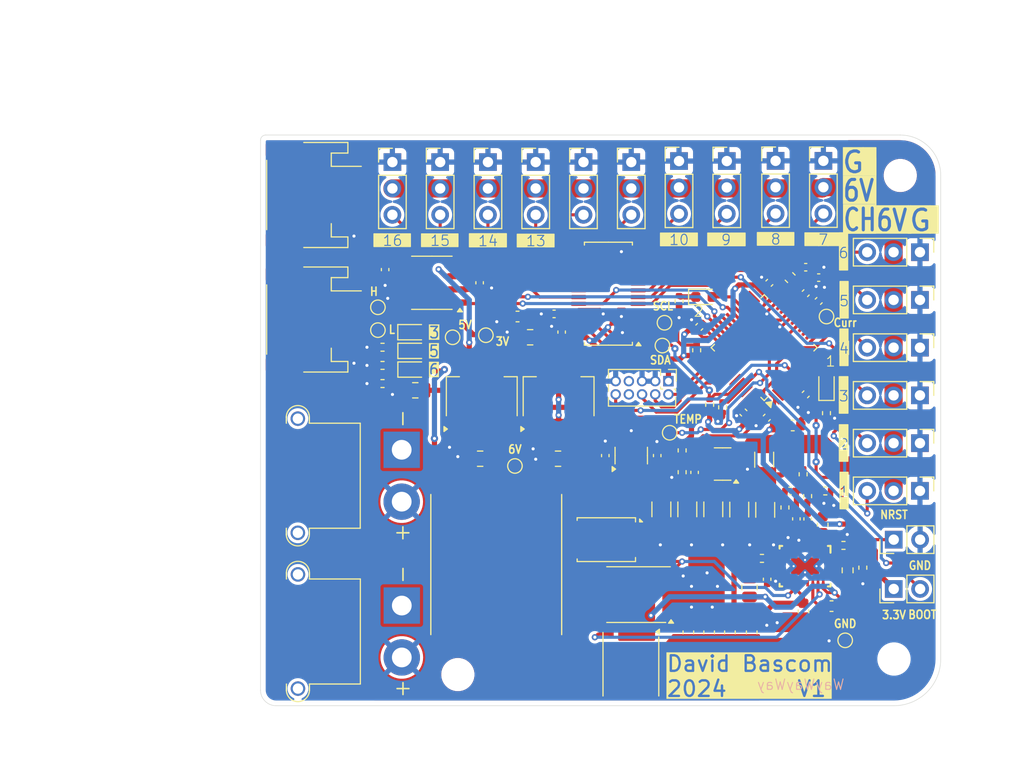
<source format=kicad_pcb>
(kicad_pcb (version 20240108) (generator "pcbnew") (generator_version "8.0")
  (layers (0 "F.Cu" signal) (31 "B.Cu" power) (34 "B.Paste" user) (35 "F.Paste" user) (36 "B.SilkS" user "B.Silkscreen") (37 "F.SilkS" user "F.Silkscreen") (38 "B.Mask" user) (39 "F.Mask" user) (44 "Edge.Cuts" user))
  (net 0 "")
  (net 1 "GND")
  (net 2 "+3.3V")
  (net 3 "+3.3VA")
  (net 4 "NREST")
  (net 5 "/PWM Chip/EXTCLK")
  (net 6 "+5V")
  (net 7 "+P_BATT")
  (net 8 "Net-(CC1-Pad2)")
  (net 9 "/Power/SS_TRK")
  (net 10 "/Power/BST")
  (net 11 "/Power/SW_")
  (net 12 "/Power/ILIM")
  (net 13 "/Power/comp")
  (net 14 "Net-(CC3-Pad2)")
  (net 15 "/Power/FB_")
  (net 16 "Net-(U4-VCC)")
  (net 17 "/Power/EN")
  (net 18 "/MCU/BOOT0")
  (net 19 "/MCU/SWDIO")
  (net 20 "SWO")
  (net 21 "/MCU/Debug_LED1")
  (net 22 "/MCU/Debug_LED2")
  (net 23 "CH0")
  (net 24 "CH1")
  (net 25 "CH2")
  (net 26 "CH3")
  (net 27 "CH4")
  (net 28 "CH5")
  (net 29 "CH6")
  (net 30 "CH7")
  (net 31 "CH8")
  (net 32 "CH9")
  (net 33 "CH10")
  (net 34 "CH11")
  (net 35 "CH12")
  (net 36 "CH13")
  (net 37 "CH14")
  (net 38 "CH15")
  (net 39 "/Power/HO")
  (net 40 "/Power/LO")
  (net 41 "PWM_SCL")
  (net 43 "/Power/rt")
  (net 44 "/Power/PGOOD")
  (net 45 "+6V")
  (net 46 "FDCAN_RX")
  (net 47 "FDCAN_TX")
  (net 48 "PWM_SDA")
  (net 49 "CSA_OUT")
  (net 50 "TEMP")
  (net 64 "PWM_OE")
  (net 68 "Net-(D1-K)")
  (net 70 "Net-(D5-K)")
  (net 79 "Net-(D4-K)")
  (net 80 "CAN-")
  (net 81 "Net-(D3-K)")
  (net 82 "CAN+")
  (net 83 "+2.8V")
  (net 88 "/MCU/SWCLK")
  (footprint "Capacitor_SMD:C_0402_1005Metric" (layer "F.Cu") (at 167.2 100.9 90)
    (property "Reference" "C16" (hide yes))
    (property "Value" "0u1")
  )
  (footprint "Connector_AMASS:AMASS_XT30PW-M_1x02_P2.50mm_Horizontal" (layer "F.Cu") (at 147.595 100.34 90)
    (property "Reference" "J23" (hide yes))
    (property "Value" "Conn_01x02_Socket")
  )
  (footprint "Resistor_SMD:R_0402_1005Metric" (layer "F.Cu") (at 174.6 102.5 -90)
    (property "Reference" "R9" (hide yes))
    (property "Value" "10k")
  )
  (footprint "Capacitor_SMD:C_0402_1005Metric" (layer "F.Cu") (at 186.5 85.25 45)
    (property "Reference" "C7" (hide yes))
    (property "Value" "10n")
  )
  (footprint "Inductor_SMD:L_0603_1608Metric" (layer "F.Cu") (at 185 83.75 135)
    (property "Reference" "FB1" (hide yes))
    (property "Value" "120R")
  )
  (footprint "Package_TO_SOT_SMD:TDSON-8-1" (layer "F.Cu") (at 170.4 114.295 180)
    (property "Reference" "Q2" (hide yes))
    (property "Value" "CSD18563Q5D")
  )
  (footprint "MountingHole:MountingHole_2.7mm_M2.5" (layer "F.Cu") (at 153.005 122)
    (property "Reference" "H3" (hide yes))
    (property "Value" "MountingHole")
  )
  (footprint "Capacitor_SMD:C_0402_1005Metric" (layer "F.Cu") (at 162.27 87.25 180)
    (property "Reference" "C11" (hide yes))
    (property "Value" "100n")
  )
  (footprint "Capacitor_SMD:C_1206_3216Metric" (layer "F.Cu") (at 175.1 106.08 -90)
    (property "Reference" "COUT4" (hide yes))
    (property "Value" "47")
  )
  (footprint "Resistor_SMD:R_0402_1005Metric" (layer "F.Cu") (at 176 90.75 90)
    (property "Reference" "R3" (hide yes))
    (property "Value" "4.7k")
  )
  (footprint "TestPoint:TestPoint_Pad_D1.0mm" (layer "F.Cu") (at 158.5 101.9)
    (property "Reference" "TP7" (hide yes))
    (property "Value" "TestPoint")
  )
  (footprint "Capacitor_SMD:C_0603_1608Metric" (layer "F.Cu") (at 188.134999 107.555001 -90)
    (property "Reference" "CSS1" (hide yes))
    (property "Value" "47n")
  )
  (footprint "Connector_PinHeader_2.54mm:PinHeader_1x03_P2.54mm_Vertical" (layer "F.Cu") (at 178.9 72.52)
    (property "Reference" "J14" (hide yes))
    (property "Value" "Conn_01x03_Pin")
  )
  (footprint "Capacitor_SMD:C_0603_1608Metric" (layer "F.Cu") (at 177.2 117.935 90)
    (property "Reference" "CIN2" (hide yes))
    (property "Value" "4u7")
  )
  (footprint "Connector_JST:JST_PH_S3B-PH-SM4-TB_1x03-1MP_P2.00mm_Horizontal" (layer "F.Cu") (at 139.105 87.79 -90)
    (property "Reference" "J5" (hide yes))
    (property "Value" "Conn_01x03_Socket")
  )
  (footprint "Capacitor_SMD:C_0402_1005Metric" (layer "F.Cu") (at 187.75 86 45)
    (property "Reference" "C5" (hide yes))
    (property "Value" "100n")
  )
  (footprint "Resistor_SMD:R_0402_1005Metric" (layer "F.Cu") (at 145.75 90.46 180)
    (property "Reference" "R17" (hide yes))
    (property "Value" "1k")
  )
  (footprint "Capacitor_SMD:C_0603_1608Metric" (layer "F.Cu") (at 175.2 117.935 90)
    (property "Reference" "CIN1" (hide yes))
    (property "Value" "4u7")
  )
  (footprint "Capacitor_SMD:C_0603_1608Metric" (layer "F.Cu") (at 188.984999 115.405002)
    (property "Reference" "CBoot1" (hide yes))
    (property "Value" "0u1")
  )
  (footprint "TestPoint:TestPoint_Pad_D1.0mm" (layer "F.Cu") (at 188.5 87.5)
    (property "Reference" "TP5" (hide yes))
    (property "Value" "TestPoint")
  )
  (footprint "Connector_PinHeader_2.54mm:PinHeader_1x03_P2.54mm_Vertical" (layer "F.Cu") (at 160.5 72.62)
    (property "Reference" "J18" (hide yes))
    (property "Value" "Conn_01x03_Pin")
  )
  (footprint "Resistor_SMD:R_0402_1005Metric" (layer "F.Cu") (at 188.384999 104.305002 180)
    (property "Reference" "RFB2" (hide yes))
    (property "Value" "3k09")
  )
  (footprint "Resistor_SMD:R_0402_1005Metric" (layer "F.Cu") (at 182.284998 110.805002)
    (property "Reference" "RPGOOD1" (hide yes))
    (property "Value" "20k")
  )
  (footprint "Resistor_SMD:R_1206_3216Metric" (layer "F.Cu") (at 182.5 101.3 90)
    (property "Reference" "R4" (hide yes))
    (property "Value" "1m")
  )
  (footprint "Connector_PinHeader_2.54mm:PinHeader_1x03_P2.54mm_Vertical" (layer "F.Cu") (at 188.2 72.5)
    (property "Reference" "J12" (hide yes))
    (property "Value" "Conn_01x03_Pin")
  )
  (footprint "Connector_PinHeader_2.54mm:PinHeader_1x03_P2.54mm_Vertical" (layer "F.Cu") (at 146.7 72.62)
    (property "Reference" "J21" (hide yes))
    (property "Value" "Conn_01x03_Pin")
  )
  (footprint "Package_TO_SOT_SMD:SOT-23-5" (layer "F.Cu") (at 178.5 101.7125 180)
    (property "Reference" "U7" (hide yes))
    (property "Value" "INA180A4")
  )
  (footprint "Resistor_SMD:R_0402_1005Metric" (layer "F.Cu") (at 145.75 93.96 180)
    (property "Reference" "R5" (hide yes))
    (property "Value" "100")
  )
  (footprint "Resistor_SMD:R_0603_1608Metric" (layer "F.Cu") (at 190.534999 111.955001 90)
    (property "Reference" "RUV1" (hide yes))
    (property "Value" "20k")
  )
  (footprint "Connector_PinHeader_2.54mm:PinHeader_1x03_P2.54mm_Vertical" (layer "F.Cu") (at 155.9 72.62)
    (property "Reference" "J19" (hide yes))
    (property "Value" "Conn_01x03_Pin")
  )
  (footprint "Capacitor_SMD:C_0402_1005Metric" (layer "F.Cu") (at 163 89 90)
    (property "Reference" "C13" (hide yes))
    (property "Value" "100n")
  )
  (footprint "Capacitor_SMD:C_0603_1608Metric" (layer "F.Cu") (at 181.3 117.935 90)
    (property "Reference" "CIN4" (hide yes))
    (property "Value" "4u7")
  )
  (footprint "TestPoint:TestPoint_Pad_D1.0mm" (layer "F.Cu") (at 190.3 118.7)
    (property "Reference" "TP10" (hide yes))
    (property "Value" "TestPoint")
  )
  (footprint "Resistor_SMD:R_0402_1005Metric" (layer "F.Cu") (at 190.134999 109.555001 180)
    (property "Reference" "RRT1" (hide yes))
    (property "Value" "20k")
  )
  (footprint "Package_TO_SOT_SMD:SOT-23-3" (layer "F.Cu") (at 169.7 100.9 90)
    (property "Reference" "U9" (hide yes))
    (property "Value" "MCP9700T-E/TT")
  )
  (footprint "Connector_PinHeader_2.54mm:PinHeader_1x03_P2.54mm_Vertical" (layer "F.Cu") (at 174.3 72.52)
    (property "Reference" "J15" (hide yes))
    (property "Value" "Conn_01x03_Pin")
  )
  (footprint "Package_TO_SOT_SMD:TO-277B" (layer "F.Cu") (at 167.3 109 -90)
    (property "Reference" "D6" (hide yes))
    (property "Value" "SVT2060LB_R2_00001")
  )
  (footprint "Capacitor_SMD:C_0603_1608Metric" (layer "F.Cu") (at 185.25 98)
    (property "Reference" "C1" (hide yes))
    (property "Value" "10u")
  )
  (footprint "Capacitor_SMD:C_0402_1005Metric" (layer "F.Cu") (at 155.1 84.25 -90)
    (property "Reference" "C14" (hide yes))
    (property "Value" "1u")
  )
  (footprint "Connector_PinHeader_2.54mm:PinHeader_1x03_P2.54mm_Vertical" (layer "F.Cu") (at 197.5 104.3 -90)
    (property "Reference" "J6" (hide yes))
    (property "Value" "Conn_01x03_Pin")
  )
  (footprint "Resistor_SMD:R_0402_1005Metric" (layer "F.Cu") (at 188.5 96.81 -90)
    (property "Reference" "R6" (hide yes))
    (property "Value" "1k")
  )
  (footprint "Capacitor_SMD:C_0603_1608Metric" (layer "F.Cu") (at 158.75 87.5 180)
    (property "Reference" "C12" (hide yes))
    (property "Value" "10u")
  )
  (footprint "Resistor_SMD:R_0402_1005Metric" (layer "F.Cu") (at 186.25 102.7 90)
    (property "Reference" "RFB1" (hide yes))
    (property "Value" "20k")
  )
  (footprint "Connector_PinHeader_2.54mm:PinHeader_1x03_P2.54mm_Vertical" (layer "F.Cu") (at 183.6 72.5)
    (property "Reference" "J13" (hide yes))
    (property "Value" "Conn_01x03_Pin")
  )
  (footprint "Capacitor_SMD:C_0603_1608Metric" (layer "F.Cu") (at 186.284999 115.905002 -90)
    (property "Reference" "CVcc1" (hide yes))
    (property "Value" "0u1")
  )
  (footprint "Capacitor_SMD:C_0805_2012Metric" (layer "F.Cu") (at 148.905 94.61 180)
    (property "Reference" "C28" (hide yes))
    (property "Value" "22u")
  )
  (footprint "Package_TO_SOT_SMD:TDSON-8-1" (layer "F.Cu") (at 169.665 121 -90)
    (property "Reference" "Q1" (hide yes))
    (property "Value" "CSD18563Q5D")
  )
  (footprint "TestPoint:TestPoint_Pad_D1.0mm" (layer "F.Cu") (at 173.4 98.7)
    (property "Reference" "TP6" (hide yes))
    (property "Value" "TestPoint")
  )
  (footprint "Capacitor_SMD:C_0402_1005Metric" (layer "F.Cu") (at 185.6 107 90)
    (property "Reference" "CC2" (hide yes))
    (property "Value" "47p")
  )
  (footprint "Capacitor_SMD:C_0805_2012Metric" (layer "F.Cu") (at 155.15 101.2 180)
    (property "Reference" "C27" (hide yes))
    (property "Value" "10u")
  )
  (footprint "Resistor_SMD:R_0402_1005Metric" (layer "F.Cu") (at 145.75 92.21 180)
    (property "Reference" "R16" (hide yes))
    (property "Value" "1k")
  )
  (footprint "Capacitor_SMD:C_0402_1005Metric" (layer "F.Cu") (at 172.2 100.9 90)
    (property "Reference" "C17" (hide yes))
    (property "Value" "0u1")
  )
  (footprint "Resistor_SMD:R_0402_1005Metric" (layer "F.Cu") (at 178.5 96.25 -90)
    (property "Reference" "R1" (hide yes))
    (property "Value" "10k")
  )
  (footprint "Capacitor_SMD:C_1206_3216Metric" (layer "F.Cu") (at 182.6 106.13 -90)
    (property "Reference" "COUT1" (hide yes))
    (property "Value" "47")
  )
  (footprint "TestPoint:TestPoint_Pad_D1.0mm" (layer "F.Cu") (at 145.305 86.61)
    (property "Reference" "TP2" (hide yes))
    (property "Value" "TestPoint")
  )
  (footprint "Capacitor_SMD:C_0402_1005Metric" (layer "F.Cu") (at 146 82.98 -90)
    (property "Reference" "C15" (hide yes))
    (property "Value" "1u")
  )
  (footprint "Capacitor_SMD:C_1206_3216Metric" (layer "F.Cu") (at 172.6 106.08 -90)
    (property "Reference" "COUT5" (hide yes))
    (property "Value" "47")
  )
  (footprint "Capacitor_SMD:C_0402_1005Metric" (layer "F.Cu") (at 186.684999 107.005002 90)
    (property "Reference" "CC1" (hide yes))
    (property "Value" "2n2")
  )
  (footprint "Capacitor_SMD:C_1206_3216Metric" (layer "F.Cu") (at 177.6 106.08 -90)
    (property "Reference" "COUT3" (hide yes))
    (property "Value" "47")
  )
  (footprint "Connector_PinHeader_2.54mm:PinHeader_1x03_P2.54mm_Vertical" (layer "F.Cu") (at 197.5 81.3 -90)
    (property "Reference" "J11" (hide yes))
    (property "Value" "Conn_01x03_Pin")
  )
  (footprint "Capacitor_SMD:C_0603_1608Metric" (layer "F.Cu") (at 179.2 117.935 90)
    (property "Reference" "CIN3" (hide yes))
    (property "Value" "4u7")
  )
  (footprint "Resistor_SMD:R_0402_1005Metric" (layer "F.Cu") (at 174.6 100.4 -90)
    (property "Reference" "R8" (hide yes))
    (property "Value" "2.2k")
  )
  (footprint "Capacitor_SMD:C_0402_1005Metric" (layer "F.Cu") (at 187.75 83.75)
    (property "Reference" "C8" (hide yes))
    (property "Value" "1u")
  )
  (footprint "Connector_PinHeader_2.54mm:PinHeader_1x03_P2.54mm_Vertical" (layer "F.Cu") (at 165.1 72.62)
    (property "Reference" "J17" (hide yes))
    (property "Value" "Conn_01x03_Pin")
  )
  (footprint "Connector_PinHeader_2.54mm:PinHeader_1x03_P2.54mm_Vertical" (layer "F.Cu") (at 197.5 90.5 -90)
    (property "Reference" "J9" (hide yes))
    (property "Value" "Conn_01x03_Pin")
  )
  (footprint "Servo_Board:RGY0020B" (layer "F.Cu") (at 186.434999 111.555001 -90)
    (property "Reference" "U4" (hide yes))
    (property "Value" "LM25145RGYR")
  )
  (footprint "Connector_PinHeader_2.54mm:PinHeader_1x03_P2.54mm_Vertical" (layer "F.Cu") (at 197.5 85.9 -90)
    (property "Reference" "J10" (hide yes))
    (property "Value" "Conn_01x03_Pin")
  )
  (footprint "Package_TO_SOT_SMD:SOT-223-3_TabPin2" (layer "F.Cu") (at 155.305 95.21 90)
    (property "Reference" "U6" (hide yes))
    (property "Value" "AMS1117-5.0")
  )
  (footprint "Package_SO:SOIC-8_3.9x4.9mm_P1.27mm" (layer "F.Cu") (at 150.5 84.25 180)
    (property "Reference" "U3" (hide yes))
    (property "Value" "TCAN1057AEV-Q1")
  )
  (footprint "Connector_AMASS:AMASS_XT30PW-M_1x02_P2.50mm_Horizontal" (layer "F.Cu") (at 147.605 115.35 90)
    (property "Reference" "J22" (hide yes))
    (property "Value" "Conn_01x02_Socket")
  )
  (footprint "Capacitor_SMD:C_0805_2012Metric" (layer "F.Cu") (at 159.9625 89.5 180)
    (property "Reference" "C30" (hide yes))
    (property "Value" "22u")
  )
  (footprint "Capacitor_SMD:C_0402_1005Metric" (layer "F.Cu") (at 176.25 88.5 45)
    (property "Reference" "C6" (hide yes))
    (property "Value" "100n")
  )
  (footprint "Capacitor_SMD:C_0402_1005Metric" (layer "F.Cu") (at 182.75 97.25 -135)
    (property "Reference" "C4" (hide yes))
    (property "Value" "100n")
  )
  (footprint "LED_SMD:LED_0603_1608Metric" (layer "F.Cu") (at 148.7125 92.61)
    (property "Reference" "D1" (hide yes))
    (property "Value" "GREEN")
  )
  (footprint "Capacitor_SMD:C_0402_1005Metric" (layer "F.Cu") (at 175.8 102.52 -90)
    (property "Reference" "C31" (hide yes))
    (property "Value" "100n")
  )
  (footprint "Connector_PinHeader_2.54mm:PinHeader_1x03_P2.54mm_Vertical" (layer "F.Cu") (at 197.5 99.7 -90)
    (property "Reference" "J7" (hide yes))
    (property "Value" "Conn_01x03_Pin")
  )
  (footprint "TestPoint:TestPoint_Pad_D1.0mm" (layer "F.Cu") (at 172.7 90.3)
    (property "Reference" "TP4" (hide yes))
    (property "Value" "TestPoint")
  )
  (footprint "Package_SO:TSSOP-28_4.4x9.7mm_P0.65mm" (layer "F.Cu") (at 167.5 85.3 180)
    (property "Reference" "U2" (hide yes))
    (property "Value" "PCA9685PW")
  )
  (footprint "Resistor_SMD:R_0402_1005Metric" (layer "F.Cu") (at 192 111.7 -90)
    (property "Reference" "RUV2" (hide yes))
    (property "Value" "3k57")
  )
  (footprint "Connector_PinHeader_1.27mm:PinHeader_2x05_P1.27mm_Vertical" (layer "F.Cu") (at 173.28 93.73 -90)
    (property "Reference" "J3" (hide yes))
    (property "Value" "Conn_ARM_JTAG_SWD_10")
  )
  (footprint "Package_TO_SOT_SMD:SOT-223-3_TabPin2" (layer "F.Cu") (at 162.705 95.21 90)
    (property "Reference" "U5" (hide yes))
    (property "Value" "AMS1117-3.3")
  )
  (footprint "Connector_PinHeader_2.54mm:PinHeader_1x03_P2.54mm_Vertical" (layer "F.Cu") (at 197.5 95.1 -90)
    (property "Reference" "J8" (hide yes))
    (property "Value" "Conn_01x03_Pin")
  )
  (footprint "Connector_PinHeader_2.54mm:PinHeader_1x03_P2.54mm_Vertical" (layer "F.Cu") (at 151.3 72.62)
    (property "Reference" "J20" (hide yes))
    (property "Value" "Conn_01x03_Pin")
  )
  (footprint "Resistor_SMD:R_0402_1005Metric" (layer "F.Cu") (at 174.305 86.01 -90)
    (property "Reference" "R7" (hide yes))
    (property "Value" "1k")
  )
  (footprint "TestPoint:TestPoint_Pad_D1.0mm" (layer "F.Cu") (at 145.305 88.81)
    (property "Reference" "TP1" (hide yes))
    (property "Value" "TestPoint")
  )
  (footprint "TestPoint:TestPoint_Pad_D1.0mm" (layer "F.Cu") (at 172.9 88.1)
    (property "Reference" "TP3" (hide yes))
    (property "Value" "TestPoint")
  )
  (footprint "Resistor_SMD:R_0805_2012Metric" (layer "F.Cu") (at 181.084998 113.605002 -90)
    (property "Reference" "Rilim1" (hide yes))
    (property "Value" "487")
  )
  (footprint "MountingHole:MountingHole_2.7mm_M2.5" (layer "F.Cu") (at 195.605 73.91)
    (property "Reference" "H1" (hide yes))
    (property "Value" "MountingHole")
  )
  (footprint "Capacitor_SMD:C_0402_1005Metric" (layer "F.Cu") (at 182.784998 112.817502 -90)
    (property "Reference" "Cilim1" (hide yes))
    (property "Value" "10p")
  )
  (footprint "LED_SMD:LED_0603_1608Metric" (layer "F.Cu") (at 176.705 85.61)
    (property "Reference" "D5" (hide yes))
    (property "Value" "GREEN")
  )
  (footprint "Capacitor_SMD:C_0402_1005Metric" (layer "F.Cu") (at 183 84.25 45)
    (property "Reference" "C2" (hide yes))
    (property "Value" "100n")
  )
  (footprint "TestPoint:TestPoint_Pad_D1.0mm" (layer "F.Cu") (at 155.7 89.3)
    (property "Reference" "TP9" (hide yes))
    (property "Value" "TestPoint")
  )
  (footprint "TestPoint:TestPoint_Pad_D1.0mm" (layer "F.Cu") (at 152.5 89.5)
    (property "Reference" "TP8" (hide yes))
    (property "Value" "TestPoint")
  )
  (footprint "Connector_JST:JST_PH_S3B-PH-SM4-TB_1x03-1MP_P2.00mm_Horizontal" (layer "F.Cu") (at 139.105 75.79 -90)
    (property "Reference" "J4" (hide yes))
    (property "Value" "Conn_01x03_Socket")
  )
  (footprint "Capacitor_SMD:C_0402_1005Metric" (layer "F.Cu") (at 186.5 82.75)
    (property "Reference" "C9" (hide yes))
    (property "Value" "1u")
  )
  (footprint "Capacitor_SMD:C_0402_1005Metric" (layer "F.Cu") (at 186.5 95 -135)
    (property "Reference" "C10" (hide yes))
    (property "Value" "100n")
  )
  (footprint "Connector_PinHeader_2.54mm:PinHeader_1x02_P2.54mm_Vertical" (layer "F.Cu") (at 194.975 113.75 90)
    (property "Reference" "J2" (hide yes))
    (property "Value" "Conn_01x02_Pin")
  )
  (footprint "LED_SMD:LED_0603_1608Metric" (layer "F.Cu") (at 148.705 89.01)
    (property "Reference" "D3" (hide yes))
    (property "Value" "GREEN")
  )
  (footprint "Capacitor_SMD:C_0402_1005Metric" (layer "F.Cu") (at 180.5 96.75 135)
    (property "Reference" "C3" (hide yes))
    (property "Value" "100n")
  )
  (footprint "Resistor_SMD:R_0402_1005Metric" (layer "F.Cu") (at 177.25 96 90)
    (property "Reference" "R2" (hide yes))
    (property "Value" "4.7k")
  )
  (footprint "Capacitor_SMD:C_0402_1005Metric" (layer "F.Cu") (at 184.984999 104.305002 180)
    (property "Reference" "CC3" (hide yes))
    (property "Value" "1.2n")
  )
  (footprint "Resistor_SMD:R_0402_1005Metric" (layer "F.Cu") (at 186.684999 104.805002 90)
    (property "Reference" "RC1" (hide yes))
    (property "Value" "15k")
  )
  (footprint "LED_SMD:LED_0603_1608Metric" (layer "F.Cu") (at 148.7125 90.81)
    (property "Reference" "D2" (hide yes))
    (property "Value" "GREEN")
  )
  (footprint "Package_QFP:LQFP-48_7x7mm_P0.5mm" (layer "F.Cu") (at 182.5 90.5 135)
    (property "Reference" "U1" (hide yes))
    (property "Value" "STM32G431CBT6")
  )
  (footprint "Connector_PinHeader_2.54mm:PinHeader_1x03_P2.54mm_Vertical" (layer "F.Cu") (at 169.7 72.62)
    (property "Reference" "J16" (hide yes))
    (property "Value" "Conn_01x03_Pin")
  )
  (footprint "Connector_PinHeader_2.54mm:PinHeader_1x02_P2.54mm_Vertical" (layer "F.Cu") (at 194.975 109 90)
    (property "Reference" "J1" (hide yes))
    (property "Value" "Conn_01x02_Pin")
  )
  (footprint "MountingHole:MountingHole_2.7mm_M2.5" (layer "F.Cu") (at 195 120.5)
    (property "Reference" "H2" (hide yes))
    (property "Value" "MountingHole")
  )
  (footprint "Capacitor_SMD:C_0805_2012Metric" (layer "F.Cu") (at 162.65 101.2 180)
    (property "Reference" "C29" (hide yes))
    (property "Value" "10u")
  )
  (footprint "LED_SMD:LED_0603_1608Metric" (layer "F.Cu") (at 188.5 94.1 90)
    (property "Reference" "D4" (hide yes))
    (property "Value" "GREEN")
  )
  (footprint "Resistor_SMD:R_0402_1005Metric" (layer "F.Cu") (at 184.5 105.9 -90)
    (property "Reference" "RC2" (hide yes))
    (property "Value" "3160")
  )
  (footprint "Capacitor_SMD:C_1206_3216Metric" (layer "F.Cu") (at 180.1 106.1 -90)
    (property "Reference" "COUT2" (hide yes))
    (property "Value" "47")
  )
  (footprint "Servo_Board:IND_AMDLA1306Q-101M" (layer "F.Cu") (at 156.7 111.4 90)
    (property "Reference" "L1" (hide yes))
    (property "Value" "2.7uH, 4.2mOhm")
  )
  (gr_rect (start 144.92 79.53) (end 145.79 80.76) (stroke (width 0.1)) (fill solid) (layer "F.SilkS"))
  (gr_rect (start 189.8 104.99) (end 190.59 106.03) (stroke (width 0.1)) (fill solid) (layer "F.SilkS"))
  (gr_rect (start 156.83 79.515) (end 157.68 80.795) (stroke (width 0.1)) (fill solid) (layer "F.SilkS"))
  (gr_rect (start 189.805 86.61) (end 190.595 87.65) (stroke (width 0.1)) (fill solid) (layer "F.SilkS"))
  (gr_rect (start 172.51 79.455) (end 173.38 80.685) (stroke (width 0.1)) (fill solid) (layer "F.SilkS"))
  (gr_rect (start 188.65 79.435) (end 189.94 80.665) (stroke (width 0.1)) (fill solid) (layer "F.SilkS"))
  (gr_rect (start 189.795 102.5) (end 190.585 103.71) (stroke (width 0.1)) (fill solid) (layer "F.SilkS"))
  (gr_rect (start 189.73 100.41) (end 190.57 101.45) (stroke (width 0.1)) (fill solid) (layer "F.SilkS"))
  (gr_rect (start 175.23 79.455) (end 176.07 80.685) (stroke (width 0.1)) (fill solid) (layer "F.SilkS"))
  (gr_rect (start 184.07 79.405) (end 185.36 80.635) (stroke (width 0.1)) (fill solid) (layer "F.SilkS"))
  (gr_rect (start 189.745 79.43) (end 190.535 80.7) (stroke (width 0.1)) (fill solid) (layer "F.SilkS"))
  (gr_rect (start 189.725 93.29) (end 190.565 94.5) (stroke (width 0.1)) (fill solid) (layer "F.SilkS"))
  (gr_rect (start 189.73 95.78) (end 190.57 96.82) (stroke (width 0.1)) (fill solid) (layer "F.SilkS"))
  (gr_rect (start 181.84 79.405) (end 183.2 80.635) (stroke (width 0.1)) (fill solid) (layer "F.SilkS"))
  (gr_rect (start 147.64 79.53) (end 148.44 80.76) (stroke (width 0.1)) (fill solid) (layer "F.SilkS"))
  (gr_rect (start 189.735 97.92) (end 190.565 99.13) (stroke (width 0.1)) (fill solid) (layer "F.SilkS"))
  (gr_rect (start 193.24 72.23) (end 193.26 76.74) (stroke (width 0.1)) (fill none) (layer "F.SilkS"))
  (gr_rect (start 177.06 79.455) (end 178.42 80.685) (stroke (width 0.1)) (fill solid) (layer "F.SilkS"))
  (gr_rect (start 192.03 71.23) (end 193.26 73.88) (stroke (width 0.1)) (fill solid) (layer "F.SilkS"))
  (gr_rect (start 158.72 79.565) (end 159.59 80.795) (stroke (width 0.1)) (fill solid) (layer "F.SilkS"))
  (gr_rect (start 161.44 79.565) (end 162.27 80.795) (stroke (width 0.1)) (fill solid) (layer "F.SilkS"))
  (gr_rect (start 179.29 79.455) (end 180.67 80.685) (stroke (width 0.1)) (fill solid) (layer "F.SilkS"))
  (gr_rect (start 149.5 79.535) (end 150.37 80.765) (stroke (width 0.1)) (fill solid) (layer "F.SilkS"))
  (gr_rect (start 189.75 81.98) (end 190.54 83.02) (stroke (width 0.1)) (fill solid) (layer "F.SilkS"))
  (gr_rect (start 189.785 88.7) (end 190.575 89.91) (stroke (width 0.1)) (fill solid) (layer "F.SilkS"))
  (gr_rect (start 186.42 79.435) (end 187.78 80.665) (stroke (width 0.1)) (fill solid) (layer "F.SilkS"))
  (gr_rect (start 198.47 76.83) (end 199.26 79.47) (stroke (width 0.1)) (fill solid) (layer "F.SilkS"))
  (gr_rect (start 154.11 79.52) (end 154.98 80.79) (stroke (width 0.1)) (fill solid) (layer "F.SilkS"))
  (gr_rect (start 189.79 91.19) (end 190.58 92.23) (stroke (width 0.1)) (fill solid) (layer "F.SilkS"))
  (gr_rect (start 196.37 76.83) (end 196.63 79.48) (stroke (width 0.1)) (fill solid) (layer "F.SilkS"))
  (gr_rect (start 189.8 84.12) (end 190.59 85.33) (stroke (width 0.1)) (fill solid) (layer "F.SilkS"))
  (gr_rect (start 152.22 79.535) (end 153.02 80.765) (stroke (width 0.1)) (fill solid) (layer "F.SilkS"))
  (gr_arc (start 134.005 70.509953) (mid 134.151447 70.156447) (end 134.505 70.01) (stroke (width 0.05)) (layer "Edge.Cuts"))
  (gr_line (start 135.5 125) (end 195 125) (stroke (width 0.05)) (layer "Edge.Cuts"))
  (gr_arc (start 135.5 125) (mid 134.43934 124.56066) (end 134 123.499858) (stroke (width 0.05)) (layer "Edge.Cuts"))
  (gr_line (start 134.505 70.01) (end 195.605 70.01) (stroke (width 0.05)) (layer "Edge.Cuts"))
  (gr_line (start 199.5 74.009981) (end 199.5 120.5) (stroke (width 0.05)) (layer "Edge.Cuts"))
  (gr_line (start 134.005 70.509953) (end 134 123.499858) (stroke (width 0.05)) (layer "Edge.Cuts"))
  (gr_arc (start 195.605 70.013717) (mid 198.324503 71.119781) (end 199.5 74.009981) (stroke (width 0.05)) (layer "Edge.Cuts"))
  (gr_arc (start 199.5 120.5) (mid 198.181981 123.681981) (end 195 125) (stroke (width 0.05)) (layer "Edge.Cuts"))
  (gr_line (start 195.605 70.013717) (end 195.605 70.01) (stroke (width 0.05)) (layer "Edge.Cuts"))
  (gr_text "WayWayWay" (at 190.3 123.55 0) (layer "B.SilkS") (effects (font (size 1 1) (thickness 0.1)) (justify left bottom mirror)))
  (gr_text "David Bascom\n2024      V1\n" (at 173 124.25 0) (layer "F.SilkS" knockout) (effects (font (size 1.5 1.5) (thickness 0.23)) (justify left bottom)))
  (gr_text "TEMP" (at 175.15 97.4 0) (layer "F.SilkS") (effects (font (size 0.8 0.7))))
  (gr_text "6V" (at 189.95 76.55 0) (layer "F.SilkS" knockout) (effects (font (size 2 1.6) (thickness 0.3)) (justify left bottom)))
  (gr_text "CH" (at 189.99 79.42 0) (layer "F.SilkS" knockout) (effects (font (size 2.1 1.5) (thickness 0.3)) (justify left bottom)))
  (gr_text "Curr" (at 190.3 88.1 0) (layer "F.SilkS") (effects (font (size 0.8 0.7))))
  (gr_text "6\n" (at 150.7 92.65 0) (layer "F.SilkS" knockout) (effects (font (size 1.1 1))))
  (gr_text "L" (at 146.65 88.76 0) (layer "F.SilkS") (effects (font (size 0.8 0.7))))
  (gr_text "1" (at 188.35 92.4 0) (layer "F.SilkS") (effects (font (size 1 1) (thickness 0.1)) (justify left bottom)))
  (gr_text "14" (at 154.89 80.805 0) (layer "F.SilkS" knockout) (effects (font (size 1 1) (thickness 0.1)) (justify left bottom)))
  (gr_text "7" (at 187.65 80.68 0) (layer "F.SilkS" knockout) (effects (font (size 1 1) (thickness 0.1)) (justify left bottom)))
  (gr_text "10" (at 173.29 80.695 0) (layer "F.SilkS" knockout) (effects (font (size 1 1) (thickness 0.1)) (justify left bottom)))
  (gr_text "SDA" (at 172.5 91.7 0) (layer "F.SilkS") (effects (font (size 0.8 0.7))))
  (gr_text "GND\n" (at 197.5 111.5 0) (layer "F.SilkS") (effects (font (size 0.8 0.7))))
  (gr_text "16" (at 145.7 80.77 0) (layer "F.SilkS" knockout) (effects (font (size 1 1) (thickness 0.1)) (justify left bottom)))
  (gr_text "5" (at 189.655 86.59 0) (layer "F.SilkS" knockout) (effects (font (size 1 1) (thickness 0.1)) (justify left bottom)))
  (gr_text "5V" (at 153.7 88.3 0) (layer "F.SilkS") (effects (font (size 0.8 0.7))))
  (gr_text "3V" (at 157.3 89.9 0) (layer "F.SilkS") (effects (font (size 0.8 0.7))))
  (gr_text "3.3V\n" (at 195 116.25 0) (layer "F.SilkS") (effects (font (size 0.8 0.7))))
  (gr_text "SCL\n" (at 172.75 86.5 0) (layer "F.SilkS") (effects (font (size 0.8 0.7))))
  (gr_text "H" (at 144.92 85.1 0) (layer "F.SilkS") (effects (font (size 0.8 0.7))))
  (gr_text "15" (at 150.28 80.775 0) (layer "F.SilkS" knockout) (effects (font (size 1 1) (thickness 0.1)) (justify left bottom)))
  (gr_text "9" (at 178.29 80.7 0) (layer "F.SilkS" knockout) (effects (font (size 1 1) (thickness 0.1)) (justify left bottom)))
  (gr_text "2" (at 189.63 100.39 0) (layer "F.SilkS" knockout) (effects (font (size 1 1) (thickness 0.1)) (justify left bottom)))
  (gr_text "G" (at 189.87 73.81 0) (layer "F.SilkS" knockout) (effects (font (size 2 2) (thickness 0.3)) (justify left bottom)))
  (gr_text "3" (at 150.74 89.05 0) (layer "F.SilkS" knockout) (effects (font (size 1.1 1))))
  (gr_text "2" (at 175.65 87.6 0) (layer "F.SilkS") (effects (font (size 1 1) (thickness 0.1)) (justify left bottom)))
  (gr_text "BOOT" (at 197.74 116.23 0) (layer "F.SilkS") (effects (font (size 0.8 0.7))))
  (gr_text "4" (at 189.64 91.17 0) (layer "F.SilkS" knockout) (effects (font (size 1 1) (thickness 0.1)) (justify left bottom)))
  (gr_text "3" (at 189.63 95.76 0) (layer "F.SilkS" knockout) (effects (font (size 1 1) (thickness 0.1)) (justify left bottom)))
  (gr_text "GND\n" (at 190.3 117.1 0) (layer "F.SilkS") (effects (font (size 0.8 0.7))))
  (gr_text "NRST\n\n" (at 195 107.25 0) (layer "F.SilkS") (effects (font (size 0.8 0.7))))
  (gr_text "1" (at 189.65 104.97 0) (layer "F.SilkS" knockout) (effects (font (size 1 1) (thickness 0.1)) (justify left bottom)))
  (gr_text "6V" (at 193.14 79.41 0) (layer "F.SilkS" knockout) (effects (font (size 2 1.6) (thickness 0.3)) (justify left bottom)))
  (gr_text "G" (at 196.33 79.41 0) (layer "F.SilkS" knockout) (effects (font (size 2 2) (thickness 0.3)) (justify left bottom)))
  (gr_text "8" (at 183.07 80.65 0) (layer "F.SilkS" knockout) (effects (font (size 1 1) (thickness 0.1)) (justify left bottom)))
  (gr_text "6V" (at 158.5 100.3 0) (layer "F.SilkS") (effects (font (size 0.8 0.7))))
  (gr_text "13" (at 159.5 80.805 0) (layer "F.SilkS" knockout) (effects (font (size 1 1) (thickness 0.1)) (justify left bottom)))
  (gr_text "5" (at 150.7 90.85 0) (layer "F.SilkS" knockout) (effects (font (size 1.1 1))))
  (gr_text "6" (at 189.6 81.96 0) (layer "F.SilkS" knockout) (effects (font (size 1 1) (thickness 0.1)) (justify left bottom)))
  (segment (start 186.160589 95.339411) (end 186.160589 95.839411) (width 0.5) (layer "F.Cu") (net 1))
  (segment (start 183.6 113.005002) (end 183.3075 113.297502) (width 0.3) (layer "F.Cu") (net 1))
  (segment (start 182.75 87.06802) (end 182.75 87.25) (width 0.3) (layer "F.Cu") (net 1))
  (segment (start 185.184999 109.280003) (end 185.184999 109.905002) (width 0.3) (layer "F.Cu") (net 1))
  (segment (start 160.35 98.35) (end 160.35 100.15) (width 0.5) (layer "F.Cu") (net 1))
  (segment (start 147.955 94.61) (end 147.105 94.61) (width 0.5) (layer "F.Cu") (net 1))
  (segment (start 188.23 82.92) (end 188.23 83.75) (width 0.5) (layer "F.Cu") (net 1))
  (segment (start 160.35 100.15) (end 160.25 100.25) (width 0.5) (layer "F.Cu") (net 1))
  (segment (start 176.238822 87.81) (end 176.589411 88.160589) (width 0.3) (layer "F.Cu") (net 1))
  (segment (start 183.799998 113.205) (end 184.685 113.205) (width 0.3) (layer "F.Cu") (net 1))
  (segment (start 157.975 87.5) (end 157.975 88.1125) (width 0.5) (layer "F.Cu") (net 1))
  (segment (start 188.134999 106.780001) (end 188.134999 105.615001) (width 0.5) (layer "F.Cu") (net 1))
  (segment (start 157.975 87.5) (end 157.25 87.5) (width 0.5) (layer "F.Cu") (net 1))
  (segment (start 176.928822 88.5) (end 176.589411 88.160589) (width 0.3) (layer "F.Cu") (net 1))
  (segment (start 154.945 84.885) (end 155.1 84.73) (width 0.5) (layer "F.Cu") (net 1))
  (segment (start 170.3625 81.075) (end 168.925 81.075) (width 0.3) (layer "F.Cu") (net 1))
  (segment (start 169.023528 88.875) (end 170.3625 88.875) (width 0.5) (layer "F.Cu") (net 1))
  (segment (start 183.3075 113.297502) (end 182.784998 113.297502) (width 0.3) (layer "F.Cu") (net 1))
  (segment (start 184.146446 88.5) (end 184 88.5) (width 0.3) (layer "F.Cu") (net 1))
  (segment (start 141.95 90.5) (end 141.95 90.95) (width 0.5) (layer "F.Cu") (net 1))
  (segment (start 145.24 93.96) (end 144.25 93.96) (width 0.5) (layer "F.Cu") (net 1))
  (segment (start 160.55 101.2) (end 160.5 101.25) (width 0.5) (layer "F.Cu") (net 1))
  (segment (start 153.005 99.295) (end 152.2 100.1) (width 0.5) (layer "F.Cu") (net 1))
  (segment (start 153.005 98.36) (end 153.005 99.295) (width 0.5) (layer "F.Cu") (net 1))
  (segment (start 141.85 78.35) (end 141.85 78.6) (width 0.5) (layer "F.Cu") (net 1))
  (segment (start 186.184997 109.905002) (end 186.184997 109.402057) (width 0.3) (layer "F.Cu") (net 1))
  (segment (start 154.2 101.2) (end 153.2 101.2) (width 0.5) (layer "F.Cu") (net 1))
  (segment (start 186.160589 95.839411) (end 185.75 96.25) (width 0.5) (layer "F.Cu") (net 1))
  (segment (start 174.6 103.01) (end 173.61 103.01) (width 0.5) (layer "F.Cu") (net 1))
  (segment (start 162.103657 88.52) (end 162.02928 88.445623) (width 0.5) (layer "F.Cu") (net 1))
  (segment (start 168.925 81.075) (end 168.75 81.25) (width 0.3) (layer "F.Cu") (net 1))
  (segment (start 152.975 84.885) (end 154.945 84.885) (width 0.5) (layer "F.Cu") (net 1))
  (segment (start 188.089411 85.660589) (end 188.089411 84.897539) (width 0.5) (layer "F.Cu") (net 1))
  (segment (start 168.848528 89.05) (end 169.023528 88.875) (width 0.5) (layer "F.Cu") (net 1))
  (segment (start 148.025 86.155) (end 146.655 86.155) (width 0.5) (layer "F.Cu") (net 1))
  (segment (start 185.266555 87.379891) (end 184.146446 88.5) (width 0.3) (layer "F.Cu") (net 1))
  (segment (start 184.8 108.895004) (end 185.184999 109.280003) (width 0.3) (layer "F.Cu") (net 1))
  (segment (start 183.339411 83.910589) (end 183.139481 83.710659) (width 0.3) (layer "F.Cu") (net 1))
  (segment (start 186.98 82.75) (end 188.25 82.75) (width 0.5) (layer "F.Cu") (net 1))
  (segment (start 157.25 87.5) (end 156.75 88) (width 0.5) (layer "F.Cu") (net 1))
  (segment (start 141.95 90.95) (end 143 92) (width 0.5) (layer "F.Cu") (net 1))
  (segment (start 146 83.46) (end 146 84.5) (width 0.5) (layer "F.Cu") (net 1))
  (segment (start 188.894999 105.394999) (end 188.894999 104.305002) (width 0.5) (layer "F.Cu") (net 1))
  (segment (start 173.61 103.01) (end 173.6 103) (width 0.5) (layer "F.Cu") (net 1))
  (segment (start 188.5 97.32) (end 189.261447 97.32) (width 0.5) (layer "F.Cu") (net 1))
  (segment (start 186.025 98) (end 186.025 97.475) (width 0.5) (layer "F.Cu") (net 1))
  (segment (start 190.644999 108.644999) (end 190.5 108.5) (width 0.5) (layer "F.Cu") (net 1))
  (segment (start 182.410589 97.589411) (end 181.980492 98.019508) (width 0.5) (layer "F.Cu") (net 1))
  (segment (start 170.3625 87.575) (end 168.825 87.575) (width 0.5) (layer "F.Cu") (net 1))
  (segment (start 163 88.52) (end 162.103657 88.52) (width 0.5) (layer "F.Cu") (net 1))
  (segment (start 187.193573 84.910589) (end 187.499382 84.60478) (width 0.5) (layer "F.Cu") (net 1))
  (segment (start 190.25 118.75) (end 188.75 118.75) (width 0.5) (layer "F.Cu") (net 1))
  (segment (start 147.105 94.61) (end 146.705 95.01) (width 0.5) (layer "F.Cu") (net 1))
  (segment (start 169.7 99.9625) (end 169.7 98.5) (width 0.5) (layer "F.Cu") (net 1))
  (segment (start 184.8 108.8) (end 184.8 108.895004) (width 0.3) (layer "F.Cu") (net 1))
  (segment (start 181.147658 95.034322) (end 180.160589 96.021391) (width 0.3) (layer "F.Cu") (net 1))
  (segment (start 179.6375 101.7125) (end 180.389338 101.7125) (width 0.5) (layer "F.Cu") (net 1))
  (segment (start 177.31802 88.5) (end 176.928822 88.5) (width 0.3) (layer "F.Cu") (net 1))
  (segment (start 146.655 86.155) (end 146.25 85.75) (width 0.5) (layer "F.Cu") (net 1))
  (segment (start 174.305 86.519999) (end 174.305 87.61) (width 0.5) (layer "F.Cu") (net 1))
  (segment (start 178.5 97.148716) (end 178.5 96.76) (width 0.5) (layer "F.Cu") (net 1))
  (segment (start 190.644999 109.555001) (end 190.644999 108.644999) (width 0.5) (layer "F.Cu") (net 1))
  (segment (start 167.2 100.42) (end 167.2 99.5) (width 0.5) (layer "F.Cu") (net 1))
  (segment (start 188.089411 84.897539) (end 188.3 84.68695) (width 0.5) (layer "F.Cu") (net 1))
  (segment (start 189.2 105.7) (end 188.894999 105.394999) (width 0.5) (layer "F.Cu") (net 1))
  (segment (start 159.0125 89.5) (end 158.25 89.5) (width 0.5) (layer "F.Cu") (net 1))
  (segment (start 179.838916 97.053292) (end 180.160589 96.731619) (width 0.3) (layer "F.Cu") (net 1))
  (segment (start 158.25 89.5) (end 157.75 89) (width 0.5) (layer "F.Cu") (net 1))
  (segment (start 192 112.21) (end 192 113.25) (width 0.5) (layer "F.Cu") (net 1))
  (segment (start 141.85 78.6) (end 143 79.75) (width 0.5) (layer "F.Cu") (net 1))
  (segment (start 186.184997 109.402057) (end 185.838693 109.055753) (width 0.3) (layer "F.Cu") (net 1))
  (segment (start 167 87.25) (end 166.675 86.925) (width 0.5) (layer "F.Cu") (net 1))
  (segment (start 183.6 113.005002) (end 183.799998 113.205) (width 0.3) (layer "F.Cu") (net 1))
  (segment (start 180.160589 96.021391) (end 180.160589 96.410589) (width 0.3) (layer "F.Cu") (net 1))
  (segment (start 183.852342 85.965678) (end 182.75 87.06802) (width 0.3) (layer "F.Cu") (net 1))
  (segment (start 186.025 97.475) (end 186.75 96.75) (width 0.5) (layer "F.Cu") (net 1))
  (segment (start 181.980492 98.019508) (end 181.719508 98.019508) (width 0.5) (layer "F.Cu") (net 1))
  (segment (start 145.24 90.46) (end 144.25 90.46) (width 0.5) (layer "F.Cu") (net 1))
  (segment (start 161.7 101.2) (end 160.55 101.2) (width 0.5) (layer "F.Cu") (net 1))
  (segment (start 183.139481 83.710659) (end 182.25 83.710659) (width 0.3) (layer "F.Cu") (net 1))
  (segment (start 166.675 86.925) (end 164.6375 86.925) (width 0.5) (layer "F.Cu") (net 1))
  (segment (start 172.2 99.578) (end 172.17 99.548) (width 0.5) (layer "F.Cu") (net 1))
  (segment (start 188.25 82.9) (end 188.23 82.92) (width 0.5) (layer "F.Cu") (net 1))
  (segment (start 175.8 103) (end 174.61 103) (width 0.5) (layer "F.Cu") (net 1))
  (segment (start 174.61 103) (end 174.6 103.01) (width 0.5) (layer "F.Cu") (net 1))
  (segment (start 180.160589 96.731619) (end 180.160589 96.410589) (width 0.3) (layer "F.Cu") (net 1))
  (segment (start 175.505 87.81) (end 176.238822 87.81) (width 0.3) (layer "F.Cu") (net 1))
  (segment (start 153.2 101.2) (end 153 101) (width 0.5) (layer "F.Cu") (net 1))
  (segment (start 161.037719 87.25) (end 161.79 87.25) (width 0.5) (layer "F.Cu") (net 1))
  (segment (start 155.1 84.73) (end 156.23 84.73) (width 0.5) (layer "F.Cu") (net 1))
  (segment (start 188.25 82.75) (end 188.25 82.9) (width 0.5) (layer "F.Cu") (net 1))
  (segment (start 188.134999 105.615001) (end 188.25 105.5) (width 0.5) (layer "F.Cu") (net 1))
  (segment (start 180.389338 101.7125) (end 180.888419 102.211581) (width 0.5) (layer "F.Cu") (net 1))
  (segment (start 157.975 88.1125) (end 159.0125 89.15) (width 0.5) (layer "F.Cu") (net 1))
  (segment (start 178.042985 97.605731) (end 178.5 97.148716) (width 0.5) (layer "F.Cu") (net 1))
  (segment (start 156.23 84.73) (end 156.25 84.75) (width 0.5) (layer "F.Cu") (net 1))
  (segment (start 145.24 92.21) (end 144.25 92.21) (width 0.5) (layer "F.Cu") (net 1))
  (segment (start 172.2 100.42) (end 172.2 99.578) (width 0.5) (layer "F.Cu") (net 1))
  (segment (start 189.261447 97.32) (end 189.281447 97.3) (width 0.5) (layer "F.Cu") (net 1))
  (segment (start 159.0125 89.15) (end 159.0125 89.5) (width 0.5) (layer "F.Cu") (net 1))
  (segment (start 177.965678 89.147658) (end 177.31802 88.5) (width 0.3) (layer "F.Cu") (net 1))
  (segment (start 168.825 87.575) (end 168.75 87.5) (width 0.5) (layer "F.Cu") (net 1))
  (segment (start 186.839411 84.910589) (end 187.193573 84.910589) (width 0.5) (layer "F.Cu") (net 1))
  (via (at 188.25 105.5) (size 0.7) (drill 0.3) (layers "F.Cu" "B.Cu") (net 1))
  (via (at 182.75 87.25) (size 0.6) (drill 0.3) (layers "F.Cu" "B.Cu") (net 1))
  (via (at 156.25 84.75) (size 0.7) (drill 0.3) (layers "F.Cu" "B.Cu") (net 1))
  (via (at 172.17 99.548) (size 0.6) (drill 0.3) (layers "F.Cu" "B.Cu") (net 1))
  (via (at 168.75 87.5) (size 0.7) (drill 0.3) (layers "F.Cu" "B.Cu") (net 1))
  (via (at 184 88.5) (size 0.6) (drill 0.3) (layers "F.Cu" "B.Cu") (net 1))
  (via (at 168.848528 89.05) (size 0.7) (drill 0.3) (layers "F.Cu" "B.Cu") (net 1))
  (via (at 185.838693 109.055753) (size 0.7) (drill 0.3) (layers "F.Cu" "B.Cu") (net 1))
  (via (at 160.25 100.25) (size 0.6) (drill 0.3) (layers "F.Cu" "B.Cu") (net 1))
  (via (at 188.25 82.75) (size 0.7) (drill 0.3) (layers "F.Cu" "B.Cu") (net 1))
  (via (at 187.499382 84.60478) (size 0.7) (drill 0.3) (layers "F.Cu" "B.Cu") (net 1))
  (via (at 143 92) (size 0.6) (drill 0.3) (layers "F.Cu" "B.Cu") (net 1))
  (via (at 161.037719 87.25) (size 0.7) (drill 0.3) (layers "F.Cu" "B.Cu") (net 1))
  (via (at 179.838916 97.053292) (size 0.6) (drill 0.3) (layers "F.Cu" "B.Cu") (net 1))
  (via (at 182.75 117.25) (size 0.6) (drill 0.3) (layers "F.Cu" "B.Cu") (net 1))
  (via (at 175.5 109.5) (size 0.6) (drill 0.3) (layers "F.Cu" "B.Cu") (net 1))
  (via (at 144.25 93.96) (size 0.7) (drill 0.3) (layers "F.Cu" "B.Cu") (net 1))
  (via (at 182.25 83.710659) (size 0.6) (drill 0.3) (layers "F.Cu" "B.Cu") (net 1))
  (via (at 144.25 92.21) (size 0.7) (drill 0.3) (layers "F.Cu" "B.Cu") (net 1))
  (via (at 153 101) (size 0.6) (drill 0.3) (layers "F.Cu" "B.Cu") (net 1))
  (via (at 172.5 109.5) (size 0.6) (drill 0.3) (layers "F.Cu" "B.Cu") (net 1))
  (via (at 146.25 85.75) (size 0.7) (drill 0.3) (layers "F.Cu" "B.Cu") (net 1))
  (via (at 174.305 87.61) (size 0.6) (drill 0.3) (layers "F.Cu" "B.Cu") (net 1))
  (via (at 178 113.5) (size 0.6) (drill 0.3) (layers "F.Cu" "B.Cu") (net 1))
  (via (at 157.75 89) (size 0.7) (drill 0.3) (layers "F.Cu" "B.Cu") (net 1))
  (via (at 174.7 112.5) (size 0.6) (drill 0.3) (layers "F.Cu" "B.Cu") (net 1))
  (via (at 156.75 88) (size 0.6) (drill 0.3) (layers "F.Cu" "B.Cu") (net 1))
  (via (at 192 113.25) (size 0.7) (drill 0.3) (layers "F.Cu" "B.Cu") (net 1))
  (via (at 183.6 113.005002) (size 0.7) (drill 0.3) (layers "F.Cu" "B.Cu") (net 1))
  (via (at 175.505 87.81) (size 0.7) (drill 0.3) (layers "F.Cu" "B.Cu") (net 1))
  (via (at 146.705 95.01) (size 0.6) (drill 0.3) (layers "F.Cu" "B.Cu") (net 1))
  (via (at 173.6 103) (size 0.6) (drill 0.3) (layers "F.Cu" "B.Cu") (net 1))
  (via (at 169.7 98.5) (size 0.6) (drill 0.3) (layers "F.Cu" "B.Cu") (net 1))
  (via (at 189.281447 97.3) (size 0.6) (drill 0.3) (layers "F.Cu" "B.Cu") (net 1))
  (via (at 190.5 108.5) (size 0.7) (drill 0.3) (layers "F.Cu" "B.Cu") (net 1))
  (via (at 177.5 115.5) (size 0.6) (drill 0.3) (layers "F.Cu" "B.Cu") (net 1))
  (via (at 184.8 108.8) (size 0.7) (drill 0.3) (layers "F.Cu" "B.Cu") (net 1))
  (via (at 180.888419 102.211581) (size 0.6) (drill 0.3) (layers "F.Cu" "B.Cu") (net 1))
  (via (at 175.5 115.5) (size 0.6) (drill 0.3) (layers "F.Cu" "B.Cu") (net 1))
  (via (at 186.75 96.75) (size 0.6) (drill 0.3) (layers "F.Cu" "B.Cu") (net 1))
  (via (at 188.75 118.75) (size 0.6) (drill 0.3) (layers "F.Cu" "B.Cu") (net 1))
  (via (at 144.25 90.46) (size 0.7) (drill 0.3) (layers "F.Cu" "B.Cu") (net 1))
  (via (at 160.5 101.25) (size 0.6) (drill 0.3) (layers "F.Cu" "B.Cu") (net 1))
  (via (at 177 112.2) (size 0.6) (drill 0.3) (layers "F.Cu" "B.Cu") (net 1))
  (via (at 167 87.25) (size 0.7) (drill 0.3) (layers "F.Cu" "B.Cu") (net 1))
  (via (at 162.02928 88.445623) (size 0.7) (drill 0.3) (layers "F.Cu" "B.Cu") (net 1))
  (via (at 175.5 113.5) (size 0.6) (drill 0.3) (layers "F.Cu" "B.Cu") (net 1))
  (via (at 143 79.75) (size 0.7) (drill 0.3) (layers "F.Cu" "B.Cu") (net 1))
  (via (at 189.2 105.7) (size 0.7) (drill 0.3) (layers "F.Cu" "B.Cu") (net 1))
  (via (at 188.3 84.68695) (size 0.7) (drill 0.3) (layers "F.Cu" "B.Cu") (net 1))
  (via (at 178.5 109.5) (size 0.6) (drill 0.3) (layers "F.Cu" "B.Cu") (net 1))
  (via (at 181.719508 98.019508) (size 0.6) (drill 0.3) (layers "F.Cu" "B.Cu") (net 1))
  (via (at 146 84.5) (size 0.7) (drill 0.3) (layers "F.Cu" "B.Cu") (net 1))
  (via (at 185.75 96.25) (size 0.6) (drill 0.3) (layers "F.Cu" "B.Cu") (net 1))
  (via (at 168.75 81.25) (size 0.6) (drill 0.3) (layers "F.Cu" "B.Cu") (net 1))
  (via (at 167.2 99.5) (size 0.6) (drill 0.3) (layers "F.Cu" "B.Cu") (net 1))
  (via (at 178.042985 97.605731) (size 0.6) (drill 0.3) (layers "F.Cu" "B.Cu") (net 1))
  (via (at 152.2 100.1) (size 0.6) (drill 0.3) (layers "F.Cu" "B.Cu") (net 1))
  (via (at 181.1 109.5) (size 0.6) (drill 0.3) (layers "F.Cu" "B.Cu") (net 1))
  (via (at 183.75 117) (size 0.6) (drill 0.3) (layers "F.Cu" "B.Cu") (net 1))
  (via (at 183.4 109.5) (size 0.6) (drill 0.3) (layers "F.Cu" "B.Cu") (net 1))
  (segment (start 183.498788 85.612124) (end 183.498788 85.42761) (width 0.3) (layer "F.Cu") (net 2))
  (segment (start 170.1375 89.75) (end 168.457106 89.75) (width 0.3) (layer "F.Cu") (net 2))
  (segment (start 179.705 84.81) (end 180.054341 84.460659) (width 0.5) (layer "F.Cu") (net 2))
  (segment (start 170.3625 89.525) (end 170.1375 89.75) (width 0.3) (layer "F.Cu") (net 2))
  (segment (start 170.3625 88.225) (end 167.775 88.225) (width 0.3) (layer "F.Cu") (net 2))
  (segment (start 174.74424 97.3) (end 175.52212 96.52212) (width 0.5) (layer "F.Cu") (net 2))
  (segment (start 183 98.4125) (end 184.0625 98.4125) (width 0.5) (layer "F.Cu") (net 2))
  (segment (start 161.0375 89.625) (end 162.65 89.625) (width 0.5) (layer "F.Cu") (net 2))
  (segment (start 183.441386 84.808614) (end 184.443153 83.806847) (width 0.3) (layer "F.Cu") (net 2))
  (segment (start 150.5025 88) (end 151.25 88) (width 0.5) (layer "F.Cu") (net 2))
  (segment (start 174.75 91.25) (end 174.759999 91.259999) (width 0.5) (layer "F.Cu") (net 2))
  (segment (start 177.25 97.5) (end 177.1 97.65) (width 0.5) (layer "F.Cu") (net 2))
  (segment (start 162.65 92.05) (end 162.65 89.625) (width 0.5) (layer "F.Cu") (net 2))
  (segment (start 182.574391 86.324391) (end 182.574391 85.53505) (width 0.3) (layer "F.Cu") (net 2))
  (segment (start 187.31807 86.43193) (end 187.410589 86.339411) (width 0.3) (layer "F.Cu") (net 2))
  (segment (start 164.6375 89.525) (end 165.398654 89.525) (width 0.5) (layer "F.Cu") (net 2))
  (segment (start 180.469508 97.459314) (end 180.839411 97.089411) (width 0.5) (layer "F.Cu") (net 2))
  (segment (start 170.3625 86.925) (end 169.16495 86.925) (width 0.3) (layer "F.Cu") (net 2))
  (segment (start 182.574391 85.53505) (end 181.5 84.460659) (width 0.3) (layer "F.Cu") (net 2))
  (segment (start 162.75 89.525) (end 164.6375 89.525) (width 0.5) (layer "F.Cu") (net 2))
  (segment (start 184.913002 87.026338) (end 185.507408 86.43193) (width 0.3) (layer "F.Cu") (net 2))
  (segment (start 190.631371 107.5) (end 193.2 110.068629) (width 0.5) (layer "F.Cu") (net 2))
  (segment (start 181.75 87.148781) (end 181.75 87.75) (width 0.3) (layer "F.Cu") (net 2))
  (segment (start 184.886306 82.75) (end 184.443153 83.193153) (width 0.5) (layer "F.Cu") (net 2))
  (segment (start 148.025 82.345) (end 149.095 82.345) (width 0.5) (layer "F.Cu") (net 2))
  (segment (start 182.879792 84.808614) (end 183.441386 84.808614) (width 0.3) (layer "F.Cu") (net 2))
  (segment (start 169.16495 86.925) (end 169.03995 86.8) (width 0.3) (layer "F.Cu") (net 2))
  (segment (start 183.498788 85.612124) (end 183.286657 85.612124) (width 0.3) (layer "F.Cu") (net 2))
  (segment (start 183.308614 97.129792) (end 183.089411 96.910589) (width 0.5) (layer "F.Cu") (net 2))
  (segment (start 167.775 88.225) (end 167.45962 88.54038) (width 0.3) (layer "F.Cu") (net 2))
  (segment (start 159.525 87.5) (end 159.525 88.1125) (width 0.5) (layer "F.Cu") (net 2))
  (segment (start 162.65 92.05) (end 167.9 97.3) (width 0.5) (layer "F.Cu") (net 2))
  (segment (start 165.686827 89.813173) (end 165.716667 89.813173) (width 0.5) (layer "F.Cu") (net 2))
  (segment (start 154.5 89.25) (end 156.5 89.25) (width 0.5) (layer "F.Cu") (net 2))
  (segment (start 180.054341 84.460659) (end 181.5 84.460659) (width 0.5) (layer "F.Cu") (net 2))
  (segment (start 182.531837 84.460659) (end 182.660589 84.589411) (width 0.5) (layer "F.Cu") (net 2))
  (segment (start 175.5 99) (end 174.61 99.89) (width 0.5) (layer "F.Cu") (net 2))
  (segment (start 175.199975 88.839411) (end 175.910589 88.839411) (width 0.5) (layer "F.Cu") (net 2))
  (segment (start 149.5375 88.965) (end 150.5025 88) (width 0.5) (layer "F.Cu") (net 2))
  (segment (start 181.501212 96.42761) (end 180.839411 97.089411) (width 0.3) (layer "F.Cu") (net 2))
  (segment (start 183.308614 98.103886) (end 183.308614 97.129792) (width 0.5) (layer "F.Cu") (net 2))
  (segment (start 175.52212 96.52212) (end 177.23788 96.52212) (width 0.5) (layer "F.Cu") (net 2))
  (segment (start 172.6 91.6) (end 174.4 91.6) (width 0.5) (layer "F.Cu") (net 2))
  (segment (start 167.9 97.3) (end 174.74424 97.3) (width 0.5) (layer "F.Cu") (net 2))
  (segment (start 180.469508 97.980492) (end 180.469508 97.459314) (width 0.5) (layer "F.Cu") (net 2))
  (segment (start 174.74424 97.3) (end 175.5 98.05576) (width 0.5) (layer "F.Cu") (net 2))
  (segment (start 183.498788 96.501212) (end 183.089411 96.910589) (width 0.3) (layer "F.Cu") (net 2))
  (segment (start 193.2 110.068629) (end 193.2 111.975) (width 0.5) (layer "F.Cu") (net 2))
  (segment (start 159.3 92.05) (end 162.65 92.05) (width 0.5) (layer "F.Cu") (net 2))
  (segment (start 176.57239 89.501212) (end 175.910589 88.839411) (width 0.3) (layer "F.Cu") (net 2))
  (segment (start 182.574391 86.324391) (end 181.75 87.148781) (width 0.3) (layer "F.Cu") (net 2))
  (segment (start 180.1 98.35) (end 180.469508 97.980492) (width 0.5) (layer "F.Cu") (net 2))
  (segment (start 167.503494 91.6) (end 172.6 91.6) (width 0.5) (layer "F.Cu") (net 2))
  (segment (start 156.5 89.25) (end 159.3 92.05) (width 0.5) (layer "F.Cu") (net 2))
  (segment (start 184.09467 87.84467) (end 184.913002 87.026338) (width 0.3) (layer "F.Cu") (net 2))
  (segment (start 182.660589 84.589411) (end 182.879792 84.808614) (width 0.3) (layer "F.Cu") (net 2))
  (segment (start 174.61 99.89) (end 174.6 99.89) (width 0.5) (layer "F.Cu") (net 2))
  (segment (start 184.0625 98.4125) (end 184.475 98) (width 0.5) (layer "F.Cu") (net 2))
  (segment (start 182.14 88.14) (end 182.779239 88.14) (width 0.3) (layer "F.Cu") (net 2))
  (segment (start 183.286657 85.612124) (end 182.574391 86.324391) (width 0.3) (layer "F.Cu") (net 2))
  (segment (start 165.716667 89.813173) (end 167.503494 91.6) (width 0.5) (layer "F.Cu") (net 2))
  (segment (start 168.46005 86.8) (end 167.775 87.48505) (width 0.3) (layer "F.Cu") (net 2))
  (segment (start 193.2 111.975) (end 194.975 113.75) (width 0.5) (layer "F.Cu") (net 2))
  (segment (start 146.155 82.345) (end 146 82.5) (width 0.5) (layer "F.Cu") (net 2))
  (segment (start 174.825456 89.21393) (end 175.199975 88.839411) (width 0.5) (layer "F.Cu") (net 2))
  (segment (start 181.501212 95.387876) (end 181.501212 96.42761) (width 0.3) (layer "F.Cu") (net 2))
  (segment (start 175.5 98.05576) (end 175.5 99) (width 0.5) (layer "F.Cu") (net 2))
  (segment (start 189.75 107.5) (end 190.631371 107.5) (width 0.5) (layer "F.Cu") (net 2))
  (segment (start 181.75 87.75) (end 182.14 88.14) (width 0.3) (layer "F.Cu") (net 2))
  (segment (start 151.25 88) (end 153.25 88) (width 0.5) (layer "F.Cu") (net 2))
  (segment (start 168.457106 89.75) (end 167.45962 88.752514) (width 0.3) (layer "F.Cu") (net 2))
  (segment (start 177.23788 96.52212) (end 177.25 96.51) (width 0.5) (layer "F.Cu") (net 2))
  (segment (start 167.775 87.48505) (end 167.775 88.225) (width 0.3) (layer "F.Cu") (net 2))
  (segment (start 177.612124 89.501212) (end 176.57239 89.501212) (width 0.3) (layer "F.Cu") (net 2))
  (segment (start 151.25 84.5) (end 151.25 88) (width 0.5) (layer "F.Cu") (net 2))
  (segment (start 165.398654 89.525) (end 165.686827 89.813173) (width 0.5) (layer "F.Cu") (net 2))
  (segment (start 181.5 84.460659) (end 182.531837 84.460659) (width 0.5) (layer "F.Cu") (net 2))
  (segment (start 149.095 82.345) (end 151.25 84.5) (width 0.5) (layer "F.Cu") (net 2))
  (segment (start 183 98.4125) (end 183.308614 98.103886) (width 0.5) (layer "F.Cu") (net 2))
  (segment (start 183.498788 95.387876) (end 183.498788 96.501212) (width 0.3) (layer "F.Cu") (net 2))
  (segment (start 182.779239 88.14) (end 183.074569 87.84467) (width 0.3) (layer "F.Cu") (net 2))
  (segment (start 172.6 91.6) (end 173.28 92.28) (width 0.5) (layer "F.Cu") (net 2))
  (segment (start 184.443153 83.806847) (end 184.443153 83.193153) (width 0.3) (layer "F.Cu") (net 2))
  (segment (start 173.28 92.28) (end 173.28 93.73) (width 0.5) (layer "F.Cu") (net 2))
  (segment (start 186.02 82.75) (end 184.886306 82.75) (width 0.5) (layer "F.Cu") (net 2))
  (segment (start 183.074569 87.84467) (end 184.09467 87.84467) (width 0.3) (layer "F.Cu") (net 2))
  (segment (start 167.45962 88.752514) (end 167.45962 88.54038) (width 0.3) (layer "F.Cu") (net 2))
  (segment (start 162.65 89.625) (end 162.75 89.525) (width 0.5) (layer "F.Cu") (net 2))
  (segment (start 148.025 82.345) (end 146.155 82.345) (width 0.5) (layer "F.Cu") (net 2))
  (segment (start 174.4 91.6) (end 174.75 91.25) (width 0.5) (layer "F.Cu") (net 2))
  (segment (start 162.705 92.06) (end 162.705 95.5) (width 0.5) (layer "F.Cu") (net 2))
  (segment (start 174.759999 91.259999) (end 176 91.259999) (width 0.5) (layer "F.Cu") (net 2))
  (segment (start 169.03995 86.8) (end 168.46005 86.8) (width 0.3) (layer "F.Cu") (net 2))
  (segment (start 185.507408 86.43193) (end 187.31807 86.43193) (width 0.3) (layer "F.Cu") (net 2))
  (segment (start 183.498788 85.42761) (end 182.660589 84.589411) (width 0.3) (layer "F.Cu") (net 2))
  (segment (start 177.25 96.51) (end 177.25 97.5) (width 0.5) (layer "F.Cu") (net 2))
  (segment (start 159.525 88.1125) (end 161.0375 89.625) (width 0.5) (layer "F.Cu") (net 2))
  (segment (start 162.705 98.36) (end 162.705 97) (width 0.5) (layer "F.Cu") (net 2))
  (segment (start 153.25 88) (end 154.5 89.25) (width 0.5) (layer "F.Cu") (net 2))
  (via (at 167.45962 88.54038) (size 0.6) (drill 0.3) (layers "F.Cu" "B.Cu") (net 2))
  (via (at 162.705 95.5) (size 0.6) (drill 0.3) (layers "F.Cu" "B.Cu") (net 2))
  (via (at 180.1 98.35) (size 0.6) (drill 0.3) (layers "F.Cu" "B.Cu") (net 2))
  (via (at 183 98.4125) (size 0.6) (drill 0.3) (layers "F.Cu" "B.Cu") (net 2))
  (via (at 174.825456 89.21393) (size 0.6) (drill 0.3) (layers "F.Cu" "B.Cu") (net 2))
  (via (at 174.75 91.25) (size 0.6) (drill 0.3) (layers "F.Cu" "B.Cu") (net 2))
  (via (at 177.1 97.65) (size 0.6) (drill 0.3) (layers "F.Cu" "B.Cu") (net 2))
  (via (at 165.686827 89.813173) (size 0.6) (drill 0.3) (layers "F.Cu" "B.Cu") (net 2))
  (via (at 189.75 107.5) (size 0.6) (drill 0.3) (layers "F.Cu" "B.Cu") (net 2))
  (via (at 179.705 84.81) (size 0.6) (drill 0.3) (layers "F.Cu" "B.Cu") (net 2))
  (via (at 162.705 97) (size 0.6) (drill 0.3) (layers "F.Cu" "B.Cu") (net 2))
  (segment (start 177.105 89.81) (end 179.505 87.41) (width 0.5) (layer "B.Cu") (net 2))
  (segment (start 179.5 98.5) (end 179.95 98.5) (width 0.5) (layer "B.Cu") (net 2))
  (segment (start 179.505 85.01) (end 179.705 84.81) (width 0.5) (layer "B.Cu") (net 2))
  (segment (start 174.75 89.289386) (end 174.825456 89.21393) (width 0.5) (layer "B.Cu") (net 2))
  (segment (start 188.25 107.5) (end 182.4125 101.6625) (width 0.5) (layer "B.Cu") (net 2))
  (segment (start 174.75 89.81) (end 177.105 89.81) (width 0.5) (layer "B.Cu") (net 2))
  (segment (start 165.686827 89.813173) (end 166.186827 89.813173) (width 0.5) (layer "B.Cu") (net 2))
  (segment (start 182.4125 101.6625) (end 182.4125 99) (width 0.5) (layer "B.Cu") (net 2))
  (segment (start 177.6 98.5) (end 179.5 98.5) (width 0.5) (layer "B.Cu") (net 2))
  (segment (start 162.705 95.5) (end 162.705 97) (width 0.5) (layer "B.Cu") (net 2))
  (segment (start 182.4125 99) (end 183 98.4125) (width 0.5) (layer "B.Cu") (net 2))
  (segment (start 177.1 97.65) (end 177.1 98) (width 0.5) (layer "B.Cu") (net 2))
  (segment (start 166.186827 89.813173) (end 167.45962 88.54038) (width 0.5) (layer "B.Cu") (net 2))
  (segment (start 179.505 87.41) (end 179.505 85.01) (width 0.5) (layer "B.Cu") (net 2))
  (segment (start 174.75 91.25) (end 174.75 89.81) (width 0.5) (layer "B.Cu") (net 2))
  (segment (start 189.75 107.5) (end 188.25 107.5) (width 0.5) (layer "B.Cu") (net 2))
  (segment (start 179.5 98.5) (end 180 99) (width 0.5) (layer "B.Cu") (net 2))
  (segment (start 179.95 98.5) (end 180.1 98.35) (width 0.5) (layer "B.Cu") (net 2))
  (segment (start 177.1 98) (end 177.6 98.5) (width 0.5) (layer "B.Cu") (net 2))
  (segment (start 180 99) (end 182.4125 99) (width 0.5) (layer "B.Cu") (net 2))
  (segment (start 174.75 89.81) (end 174.75 89.289386) (width 0.5) (layer "B.Cu") (net 2))
  (segment (start 186.113694 83.75) (end 185.556847 84.306847) (width 0.5) (layer "F.Cu") (net 3))
  (segment (start 185.556847 84.306847) (end 185.556847 84.985669) (width 0.5) (layer "F.Cu") (net 3))
  (segment (start 184.559449 86.672785) (end 185.642823 85.589411) (width 0.3) (layer "F.Cu") (net 3))
  (segment (start 187.27 83.75) (end 186.113694 83.75) (width 0.5) (layer "F.Cu") (net 3))
  (segment (start 185.556847 84.985669) (end 186.160589 85.589411) (width 0.5) (layer "F.Cu") (net 3))
  (segment (start 185.642823 85.589411) (end 186.160589 85.589411) (width 0.3) (layer "F.Cu") (net 3))
  (segment (start 186.839411 94.485857) (end 185.620109 93.266555) (width 0.3) (layer "F.Cu") (net 4))
  (segment (start 186.839411 94.660589) (end 186.839411 94.485857) (width 0.3) (layer "F.Cu") (net 4))
  (segment (start 187.5 95.321178) (end 186.839411 94.660589) (width 0.3) (layer "F.Cu") (net 4))
  (segment (start 184.549582 92.196028) (end 185.620109 93.266555) (width 0.3) (layer "F.Cu") (net 4))
  (segment (start 188 103) (end 187.5 102.5) (width 0.3) (layer "F.Cu") (net 4))
  (segment (start 188 103) (end 189.25 103) (width 0.3) (layer "F.Cu") (net 4))
  (segment (start 187.5 98) (end 187.5 95.321178) (width 0.3) (layer "F.Cu") (net 4))
  (segment (start 170.6 96.55) (end 168.95 96.55) (width 0.3) (layer "F.Cu") (net 4))
  (segment (start 190 103.75) (end 189.25 103) (width 0.3) (layer "F.Cu") (net 4))
  (segment (start 184.473212 92.196028) (end 184.549582 92.196028) (width 0.3) (layer "F.Cu") (net 4))
  (segment (start 190 106) (end 190 103.75) (width 0.3) (layer "F.Cu") (net 4))
  (segment (start 187.5 102.5) (end 187.5 101.5) (width 0.3) (layer "F.Cu") (net 4))
  (segment (start 193 109) (end 190 106) (width 0.3) (layer "F.Cu") (net 4))
  (segment (start 168.2 95.8) (end 168.2 95) (width 0.3) (layer "F.Cu") (net 4))
  (segment (start 168.95 96.55) (end 168.2 95.8) (width 0.3) (layer "F.Cu") (net 4))
  (segment (start 194.975 109) (end 193 109) (width 0.3) (layer "F.Cu") (net 4))
  (via (at 184.473212 92.196028) (size 0.6) (drill 0.3) (layers "F.Cu" "B.Cu") (net 4))
  (via (at 187.5 98) (size 0.7) (drill 0.3) (layers "F.Cu" "B.Cu") (net 4))
  (via (at 187.5 101.5) (size 0.7) (drill 0.3) (layers "F.Cu" "B.Cu") (net 4))
  (via (at 170.6 96.55) (size 0.6) (drill 0.3) (layers "F.Cu" "B.Cu") (net 4))
  (segment (start 174.075673 96.55) (end 170.6 96.55) (width 0.3) (layer "B.Cu") (net 4))
  (segment (start 181.303972 92.196028) (end 178.05 95.45) (width 0.3) (layer "B.Cu") (net 4))
  (segment (start 178.05 95.45) (end 175.175673 95.45) (width 0.3) (layer "B.Cu") (net 4))
  (segment (start 184.473212 92.196028) (end 181.303972 92.196028) (width 0.3) (layer "B.Cu") (net 4))
  (segment (start 175.175673 95.45) (end 174.075673 96.55) (width 0.3) (layer "B.Cu") (net 4))
  (segment (start 187.5 101.5) (end 187.5 98) (width 0.3) (layer "B.Cu") (net 4))
  (segment (start 164.6375 87.575) (end 163.575 87.575) (width 0.3) (layer "F.Cu") (net 5))
  (segment (start 163.25 87.25) (end 162.75 87.25) (width 0.3) (layer "F.Cu") (net 5))
  (segment (start 163.575 87.575) (end 163.25 87.25) (width 0.3) (layer "F.Cu") (net 5))
  (segment (start 165.58 101.38) (end 167.2 101.38) (width 0.5) (layer "F.Cu") (net 6))
  (segment (start 155.06 92.06) (end 153.9 90.9) (width 0.5) (layer "F.Cu") (net 6))
  (segment (start 150.8025 89.5) (end 149.4925 90.81) (width 0.5) (layer "F.Cu") (net 6))
  (segment (start 151.815 83.615) (end 152.975 83.615) (width 0.5) (layer "F.Cu") (net 6))
  (segment (start 164.95 100.75) (end 165.58 101.38) (width 0.5) (layer "F.Cu") (net 6))
  (segment (start 164.95 100.75) (end 164.5 101.2) (width 0.5) (layer "F.Cu") (net 6))
  (segment (start 155.15 96.8) (end 154.945 96.8) (width 0.5) (layer "F.Cu") (net 6))
  (segment (start 154.945 96.8) (end 152.755 94.61) (width 0.5) (layer "F.Cu") (net 6))
  (segment (start 154.1 90.7) (end 154.1 90) (width 0.5) (layer "F.Cu") (net 6))
  (segment (start 147.48 90.99) (end 146.26 92.21) (width 0.5) (layer "F.Cu") (net 6))
  (segment (start 164.3 96.25) (end 164.95 96.9) (width 0.5) (layer "F.Cu") (net 6))
  (segment (start 152.755 94.61) (end 149.855 94.61) (width 0.5) (layer "F.Cu") (net 6))
  (segment (start 152.5 89.5) (end 150.8025 89.5) (width 0.5) (layer "F.Cu") (net 6))
  (segment (start 155.305 92.06) (end 152.755 94.61) (width 0.5) (layer "F.Cu") (net 6))
  (segment (start 152.975 83.615) (end 154.945 83.615) (width 0.5) (layer "F.Cu") (net 6))
  (segment (start 155.7 96.25) (end 164.3 96.25) (width 0.5) (layer "F.Cu") (net 6))
  (segment (start 164.5 101.2) (end 163.6 101.2) (width 0.5) (layer "F.Cu") (net 6))
  (segment (start 147.9725 90.99) (end 147.48 90.99) (width 0.5) (layer "F.Cu") (net 6))
  (segment (start 164.95 98.35) (end 164.95 100.75) (width 0.5) (layer "F.Cu") (net 6))
  (segment (start 155.15 96.8) (end 155.7 96.25) (width 0.5) (layer "F.Cu") (net 6))
  (segment (start 151.15 82.95) (end 151.815 83.615) (width 0.5) (layer "F.Cu") (net 6))
  (segment (start 155.15 98.35) (end 155.15 96.8) (width 0.5) (layer "F.Cu") (net 6))
  (segment (start 155.305 92.06) (end 155.06 92.06) (width 0.5) (layer "F.Cu") (net 6))
  (segment (start 164.95 96.9) (end 164.95 98.35) (width 0.5) (layer "F.Cu") (net 6))
  (segment (start 168.2925 101.38) (end 168.75 101.8375) (width 0.5) (layer "F.Cu") (net 6))
  (segment (start 153.9 90.9) (end 152.5 89.5) (width 0.5) (layer "F.Cu") (net 6))
  (segment (start 167.2 101.38) (end 168.2925 101.38) (width 0.5) (layer "F.Cu") (net 6))
  (segment (start 154.945 83.615) (end 155.1 83.77) (width 0.5) (layer "F.Cu") (net 6))
  (segment (start 153.9 90.9) (end 154.1 90.7) (width 0.5) (layer "F.Cu") (net 6))
  (via (at 154.1 90) (size 0.6) (drill 0.3) (layers "F.Cu" "B.Cu") (net 6))
  (via (at 151.15 82.95) (size 0.6) (drill 0.3) (layers "F.Cu" "B.Cu") (net 6))
  (segment (start 154.1 90) (end 154.1 85.9) (width 0.5) (layer "B.Cu") (net 6))
  (segment (start 154.1 85.9) (end 151.15 82.95) (width 0.5) (layer "B.Cu") (net 6))
  (segment (start 190.534999 112.780001) (end 190.534999 113.784999) (width 0.5) (layer "F.Cu") (net 7))
  (segment (start 188.5 116.75) (end 186.54 118.71) (width 0.5) (layer "F.Cu") (net 7))
  (segment (start 190.534999 113.784999) (end 191 114.25) (width 0.5) (layer "F.Cu") (net 7))
  (segment (start 188.585 112.305002) (end 190.06 112.305002) (width 0.3) (layer "F.Cu") (net 7))
  (segment (start 190.5 116.75) (end 188.5 116.75) (width 0.5) (layer "F.Cu") (net 7))
  (segment (start 190.06 112.305002) (end 190.534999 112.780001) (width 0.3) (layer "F.Cu") (net 7))
  (segment (start 191 116.25) (end 190.5 116.75) (width 0.5) (layer "F.Cu") (net 7))
  (segment (start 191 114.25) (end 191 116.25) (width 0.5) (layer "F.Cu") (net 7))
  (segment (start 186.54 118.71) (end 181.3 118.71) (width 0.5) (layer "F.Cu") (net 7))
  (segment (start 186.684999 106.525002) (end 186.684999 105.315002) (width 0.5) (layer "F.Cu") (net 8))
  (segment (start 188.134999 108.955001) (end 188.134999 108.330001) (width 0.3) (layer "F.Cu") (net 9))
  (segment (start 187.684999 109.905002) (end 187.684999 109.405001) (width 0.3) (layer "F.Cu") (net 9))
  (segment (start 187.684999 109.405001) (end 188.134999 108.955001) (width 0.3) (layer "F.Cu") (net 9))
  (segment (start 187.795002 115.405002) (end 188.209999 115.405002) (width 0.3) (layer "F.Cu") (net 10))
  (segment (start 187.185 113.205) (end 187.185 114.795) (width 0.3) (layer "F.Cu") (net 10))
  (segment (start 187.185 114.795) (end 187.795002 115.405002) (width 0.3) (layer "F.Cu") (net 10))
  (segment (start 189.759999 114.580003) (end 189.759999 115.405002) (width 0.3) (layer "F.Cu") (net 11))
  (segment (start 181.084998 114.517502) (end 182.582498 114.517502) (width 0.5) (layer "F.Cu") (net 11))
  (segment (start 188.584998 114.105002) (end 189.284998 114.105002) (width 0.3) (layer "F.Cu") (net 11))
  (segment (start 182.582498 114.517502) (end 182.595 114.505) (width 0.5) (layer "F.Cu") (net 11))
  (segment (start 189.284998 114.105002) (end 189.759999 114.580003) (width 0.3) (layer "F.Cu") (net 11))
  (segment (start 188.185001 113.704999) (end 188.184998 113.705002) (width 0.3) (layer "F.Cu") (net 11))
  (segment (start 188.184998 113.705002) (end 188.584998 114.105002) (width 0.3) (layer "F.Cu") (net 11))
  (segment (start 188.185001 113.205) (end 188.185001 113.704999) (width 0.3) (layer "F.Cu") (net 11))
  (via (at 189.284998 114.105002) (size 0.6) (drill 0.3) (layers "F.Cu" "B.Cu") (net 11))
  (via (at 182.595 114.505) (size 0.6) (drill 0.3) (layers "F.Cu" "B.Cu") (net 11))
  (via (at 171.595 116.305) (size 0.6) (drill 0.3) (layers "F.Cu" "B.Cu") (net 11))
  (segment (start 188.679996 113.5) (end 189.284998 114.105002) (width 0.5) (layer "B.Cu") (net 11))
  (segment (start 185.095 115.505) (end 187.1 113.5) (width 0.5) (layer "B.Cu") (net 11))
  (segment (start 183.595 115.505) (end 185.095 115.505) (width 0.5) (layer "B.Cu") (net 11))
  (segment (start 182.595 114.505) (end 183.595 115.505) (width 0.5) (layer "B.Cu") (net 11))
  (segment (start 182.595 114.505) (end 173.395 114.505) (width 0.5) (layer "B.Cu") (net 11))
  (segment (start 173.395 114.505) (end 171.595 116.305) (width 0.5) (layer "B.Cu") (net 11))
  (segment (start 187.1 113.5) (end 188.679996 113.5) (width 0.5) (layer "B.Cu") (net 11))
  (segment (start 181.084998 112.692502) (end 181.897498 112.692502) (width 0.5) (layer "F.Cu") (net 12))
  (segment (start 182.817498 112.305002) (end 182.784998 112.337502) (width 0.3) (layer "F.Cu") (net 12))
  (segment (start 184.284998 112.305002) (end 182.817498 112.305002) (width 0.3) (layer "F.Cu") (net 12))
  (segment (start 181.897498 112.692502) (end 182.252498 112.337502) (width 0.5) (layer "F.Cu") (net 12))
  (segment (start 182.252498 112.337502) (end 182.784998 112.337502) (width 0.5) (layer "F.Cu") (net 12))
  (segment (start 185.484999 107.485002) (end 186.684999 107.485002) (width 0.5) (layer "F.Cu") (net 13))
  (segment (start 187.184997 108.705001) (end 186.684999 108.205003) (width 0.3) (layer "F.Cu") (net 13))
  (segment (start 187.184997 109.905002) (end 187.184997 108.705001) (width 0.3) (layer "F.Cu") (net 13))
  (segment (start 186.684999 108.205003) (end 186.684999 107.485002) (width 0.3) (layer "F.Cu") (net 13))
  (segment (start 184.5 104.310001) (end 184.504999 104.305002) (width 0.5) (layer "F.Cu") (net 14))
  (segment (start 184.5 105.39) (end 184.5 104.310001) (width 0.5) (layer "F.Cu") (net 14))
  (segment (start 185.474999 104.295002) (end 185.464999 104.305002) (width 0.5) (layer "F.Cu") (net 15))
  (segment (start 186.25 104.295002) (end 185.474999 104.295002) (width 0.5) (layer "F.Cu") (net 15))
  (segment (start 186.684999 104.295002) (end 186.25 104.295002) (width 0.5) (layer "F.Cu") (net 15))
  (segment (start 185.4 108.3) (end 184.934999 107.834999) (width 0.2) (layer "F.Cu") (net 15))
  (segment (start 185.464999 104.305002) (end 185.6 104.440003) (width 0.5) (layer "F.Cu") (net 15))
  (segment (start 184.934999 107.185001) (end 185.6 106.52) (width 0.2) (layer "F.Cu") (net 15))
  (segment (start 186.002179 108.3) (end 185.4 108.3) (width 0.2) (layer "F.Cu") (net 15))
  (segment (start 187.864999 104.295002) (end 187.874999 104.305002) (width 0.5) (layer "F.Cu") (net 15))
  (segment (start 186.684999 109.905002) (end 186.684999 108.98282) (width 0.2) (layer "F.Cu") (net 15))
  (segment (start 186.25 103.21) (end 186.25 104.295002) (width 0.5) (layer "F.Cu") (net 15))
  (segment (start 184.934999 107.834999) (end 184.934999 107.185001) (width 0.2) (layer "F.Cu") (net 15))
  (segment (start 186.684999 108.98282) (end 186.002179 108.3) (width 0.2) (layer "F.Cu") (net 15))
  (segment (start 185.6 104.440003) (end 185.6 106.410001) (width 0.5) (layer "F.Cu") (net 15))
  (segment (start 186.684999 104.295002) (end 187.864999 104.295002) (width 0.5) (layer "F.Cu") (net 15))
  (segment (start 183.469998 115.130002) (end 186.284999 115.130002) (width 0.5) (layer "F.Cu") (net 16))
  (segment (start 185.685001 113.704999) (end 185.684998 113.705002) (width 0.3) (layer "F.Cu") (net 16))
  (segment (start 185.684998 113.705002) (end 185.684998 113.905002) (width 0.3) (layer "F.Cu") (net 16))
  (segment (start 180.394998 110.805002) (end 179.595 111.605) (width 0.5) (layer "F.Cu") (net 16))
  (segment (start 181.774998 110.805002) (end 180.394998 110.805002) (width 0.5) (layer "F.Cu") (net 16))
  (segment (start 185.684998 113.905002) (end 186.284999 114.505003) (width 0.3) (layer "F.Cu") (net 16))
  (segment (start 179.595 111.605) (end 179.595 115.205) (width 0.5) (layer "F.Cu") (net 16))
  (segment (start 179.595 115.205) (end 180.195 115.805) (width 0.5) (layer "F.Cu") (net 16))
  (segment (start 180.195 115.805) (end 182.795 115.805) (width 0.5) (layer "F.Cu") (net 16))
  (segment (start 186.284999 114.505003) (end 186.284999 115.130002) (width 0.3) (layer "F.Cu") (net 16))
  (segment (start 185.685001 113.205) (end 185.685001 113.704999) (width 0.3) (layer "F.Cu") (net 16))
  (segment (start 182.795 115.805) (end 183.469998 115.130002) (width 0.5) (layer "F.Cu") (net 16))
  (segment (start 189.609997 111.130001) (end 190.534999 111.130001) (width 0.3) (layer "F.Cu") (net 17))
  (segment (start 188.585 110.805) (end 188.585002 110.805002) (width 0.3) (layer "F.Cu") (net 17))
  (segment (start 192 111.19) (end 190.594998 111.19) (width 0.5) (layer "F.Cu") (net 17))
  (segment (start 188.585002 110.805002) (end 189.284998 110.805002) (width 0.3) (layer "F.Cu") (net 17))
  (segment (start 189.284998 110.805002) (end 189.609997 111.130001) (width 0.3) (layer "F.Cu") (net 17))
  (segment (start 182 92.846028) (end 181.921738 92.846028) (width 0.3) (layer "F.Cu") (net 18))
  (segment (start 180.440551 94.327215) (end 179.027766 95.74) (width 0.3) (layer "F.Cu") (net 18))
  (segment (start 181.921738 92.846028) (end 180.440551 94.327215) (width 0.3) (layer "F.Cu") (net 18))
  (segment (start 179.027766 95.74) (end 178.5 95.74) (width 0.3) (layer "F.Cu") (net 18))
  (segment (start 195.015 111.25) (end 197.515 113.75) (width 0.3) (layer "F.Cu") (net 18))
  (segment (start 194.25 111.25) (end 195.015 111.25) (width 0.3) (layer "F.Cu") (net 18))
  (via (at 194.25 111.25) (size 0.6) (drill 0.3) (layers "F.Cu" "B.Cu") (net 18))
  (via (at 182 92.846028) (size 0.6) (drill 0.3) (layers "F.Cu" "B.Cu") (net 18))
  (segment (start 193.775 110.775) (end 194.25 111.25) (width 0.3) (layer "B.Cu") (net 18))
  (segment (start 182 92.846028) (end 182.75 93.596028) (width 0.3) (layer "B.Cu") (net 18))
  (segment (start 186.8 98.55) (end 186.8 101.88076) (width 0.3) (layer "B.Cu") (net 18))
  (segment (start 182.75 94.5) (end 186.8 98.55) (width 0.3) (layer "B.Cu") (net 18))
  (segment (start 186.8 101.88076) (end 193.775 108.85576) (width 0.3) (layer "B.Cu") (net 18))
  (segment (start 193.775 108.85576) (end 193.775 110.775) (width 0.3) (layer "B.Cu") (net 18))
  (segment (start 182.75 93.596028) (end 182.75 94.5) (width 0.3) (layer "B.Cu") (net 18))
  (segment (start 174.110912 95) (end 173.28 95) (width 0.3) (layer "F.Cu") (net 19))
  (segment (start 173.415673 94.874327) (end 173.27 95.02) (width 0.3) (layer "F.Cu") (net 19))
  (segment (start 177.612124 91.498788) (end 174.110912 95) (width 0.3) (layer "F.Cu") (net 19))
  (segment (start 176.903984 93.903984) (end 177.32825 93.903984) (width 0.3) (layer "F.Cu") (net 20))
  (segment (start 170.74 95.34) (end 170.74 95) (width 0.3) (layer "F.Cu") (net 20))
  (segment (start 174.107968 96.7) (end 172.1 96.7) (width 0.3) (layer "F.Cu") (net 20))
  (segment (start 172.1 96.7) (end 170.74 95.34) (width 0.3) (layer "F.Cu") (net 20))
  (segment (start 177.32825 93.903984) (end 178.672785 92.559449) (width 0.3) (layer "F.Cu") (net 20))
  (segment (start 176.903984 93.903984) (end 174.107968 96.7) (width 0.3) (layer "F.Cu") (net 20))
  (segment (start 187.034322 91.852342) (end 188.49448 93.3125) (width 0.3) (layer "F.Cu") (net 21))
  (segment (start 188.49448 93.3125) (end 188.5 93.3125) (width 0.3) (layer "F.Cu") (net 21))
  (segment (start 180.440551 86.672785) (end 179.377766 85.61) (width 0.3) (layer "F.Cu") (net 22))
  (segment (start 179.377766 85.61) (end 177.4925 85.61) (width 0.3) (layer "F.Cu") (net 22))
  (segment (start 189.931447 94.025659) (end 189.931447 97.931447) (width 0.3) (layer "F.Cu") (net 23))
  (segment (start 192.42 106.46) (end 192.42 104.3) (width 0.3) (layer "F.Cu") (net 23))
  (segment (start 189.202272 98.660622) (end 189.202272 99.007728) (width 0.3) (layer "F.Cu") (net 23))
  (segment (start 171.682106 86.275) (end 173.353553 84.603553) (width 0.3) (layer "F.Cu") (net 23))
  (segment (start 173.457106 84.5) (end 178.767766 84.5) (width 0.3) (layer "F.Cu") (net 23))
  (segment (start 179.557107 83.710659) (end 180.25 83.710659) (width 0.3) (layer "F.Cu") (net 23))
  (segment (start 178.767766 84.5) (end 179.557107 83.710659) (width 0.3) (layer "F.Cu") (net 23))
  (segment (start 189.5 90.83462) (end 189.5 93.594212) (width 0.3) (layer "F.Cu") (net 23))
  (segment (start 170.3625 86.275) (end 171.682106 86.275) (width 0.3) (layer "F.Cu") (net 23))
  (segment (start 192.43 106.47) (end 192.42 106.46) (width 0.3) (layer "F.Cu") (net 23))
  (segment (start 189.931447 97.931447) (end 189.202272 98.660622) (width 0.3) (layer "F.Cu") (net 23))
  (segment (start 173.353553 84.603553) (end 173.457106 84.5) (width 0.3) (layer "F.Cu") (net 23))
  (segment (start 189.5 93.594212) (end 189.931447 94.025659) (width 0.3) (layer "F.Cu") (net 23))
  (segment (start 188.75 90.08462) (end 189.5 90.83462) (width 0.3) (layer "F.Cu") (net 23))
  (via (at 180.25 83.710659) (size 0.6) (drill 0.3) (layers "F.Cu" "B.Cu") (net 23))
  (via (at 192.43 106.47) (size 0.6) (drill 0.3) (layers "F.Cu" "B.Cu") (net 23))
  (via (at 188.75 90.08462) (size 0.6) (drill 0.3) (layers "F.Cu" "B.Cu") (net 23))
  (via (at 189.202272 99.007728) (size 0.6) (drill 0.3) (layers "F.Cu" "B.Cu") (net 23))
  (segment (start 190.25 100.055456) (end 190.25 104.29) (width 0.3) (layer "B.Cu") (net 23))
  (segment (start 190.25 104.29) (end 192.43 106.47) (width 0.3) (layer "B.Cu") (net 23))
  (segment (start 188.75 90.08462) (end 186.623961 90.08462) (width 0.3) (layer "B.Cu") (net 23))
  (segment (start 186.623961 90.08462) (end 180.25 83.710659) (width 0.3) (layer "B.Cu") (net 23))
  (segment (start 189.202272 99.007728) (end 190.25 100.055456) (width 0.3) (layer "B.Cu") (net 23))
  (segment (start 190 93.387106) (end 190.431447 93.818553) (width 0.3) (layer "F.Cu") (net 24))
  (segment (start 179.5 83.060659) (end 183.189341 83.060659) (width 0.3) (layer "F.Cu") (net 24))
  (segment (start 184.25 82) (end 188.5 82) (width 0.3) (layer "F.Cu") (net 24))
  (segment (start 190.431447 97.711447) (end 192.42 99.7) (width 0.3) (layer "F.Cu") (net 24))
  (segment (start 189 85) (end 189.5 85.5) (width 0.3) (layer "F.Cu") (net 24))
  (segment (start 173.25 84) (end 178.560659 84) (width 0.3) (layer "F.Cu") (net 24))
  (segment (start 171.625 85.625) (end 173.25 84) (width 0.3) (layer "F.Cu") (net 24))
  (segment (start 189 82.5) (end 189 85) (width 0.3) (layer "F.Cu") (net 24))
  (segment (start 170.3625 85.625) (end 171.625 85.625) (width 0.3) (layer "F.Cu") (net 24))
  (segment (start 189.5 89.25) (end 190 89.75) (width 0.3) (layer "F.Cu") (net 24))
  (segment (start 183.189341 83.060659) (end 184.25 82) (width 0.3) (layer "F.Cu") (net 24))
  (segment (start 190.431447 93.818553) (end 190.431447 97.711447) (width 0.3) (layer "F.Cu") (net 24))
  (segment (start 178.560659 84) (end 179.5 83.060659) (width 0.3) (layer "F.Cu") (net 24))
  (segment (start 189.5 85.5) (end 189.5 89.25) (width 0.3) (layer "F.Cu") (net 24))
  (segment (start 190 89.75) (end 190 93.387106) (width 0.3) (layer "F.Cu") (net 24))
  (segment (start 188.5 82) (end 189 82.5) (width 0.3) (layer "F.Cu") (net 24))
  (segment (start 178.060659 83.5) (end 179 82.560659) (width 0.3) (layer "F.Cu") (net 25))
  (segment (start 190.5 89.5) (end 190.5 93.18) (width 0.3) (layer "F.Cu") (net 25))
  (segment (start 188.75 81.5) (end 189.5 82.25) (width 0.3) (layer "F.Cu") (net 25))
  (segment (start 182.939341 82.560659) (end 184 81.5) (width 0.3) (layer "F.Cu") (net 25))
  (segment (start 184 81.5) (end 188.75 81.5) (width 0.3) (layer "F.Cu") (net 25))
  (segment (start 189.5 84.75) (end 190 85.25) (width 0.3) (layer "F.Cu") (net 25))
  (segment (start 179 82.560659) (end 182.939341 82.560659) (width 0.3) (layer "F.Cu") (net 25))
  (segment (start 190 85.25) (end 190 89) (width 0.3) (layer "F.Cu") (net 25))
  (segment (start 190.5 93.18) (end 192.42 95.1) (width 0.3) (layer "F.Cu") (net 25))
  (segment (start 172.914212 83.5) (end 178.060659 83.5) (width 0.3) (layer "F.Cu") (net 25))
  (segment (start 171.439212 84.975) (end 172.914212 83.5) (width 0.3) (layer "F.Cu") (net 25))
  (segment (start 189.5 82.25) (end 189.5 84.75) (width 0.3) (layer "F.Cu") (net 25))
  (segment (start 190 89) (end 190.5 89.5) (width 0.3) (layer "F.Cu") (net 25))
  (segment (start 170.3625 84.975) (end 171.439212 84.975) (width 0.3) (layer "F.Cu") (net 25))
  (segment (start 190.5 84.687106) (end 190.5 88.58) (width 0.3) (layer "F.Cu") (net 26))
  (segment (start 190 84.187106) (end 190.5 84.687106) (width 0.3) (layer "F.Cu") (net 26))
  (segment (start 178.5 82.060659) (end 182.439341 82.060659) (width 0.3) (layer "F.Cu") (net 26))
  (segment (start 183.5 81) (end 189 81) (width 0.3) (layer "F.Cu") (net 26))
  (segment (start 170.3625 84.325) (end 171.382106 84.325) (width 0.3) (layer "F.Cu") (net 26))
  (segment (start 182.439341 82.060659) (end 183.5 81) (width 0.3) (layer "F.Cu") (net 26))
  (segment (start 172.707106 83) (end 177.560659 83) (width 0.3) (layer "F.Cu") (net 26))
  (segment (start 189 81) (end 190 82) (width 0.3) (layer "F.Cu") (net 26))
  (segment (start 190 82) (end 190 84.187106) (width 0.3) (layer "F.Cu") (net 26))
  (segment (start 177.560659 83) (end 178.5 82.060659) (width 0.3) (layer "F.Cu") (net 26))
  (segment (start 171.382106 84.325) (end 172.707106 83) (width 0.3) (layer "F.Cu") (net 26))
  (segment (start 190.5 88.58) (end 192.42 90.5) (width 0.3) (layer "F.Cu") (net 26))
  (segment (start 171.325 83.675) (end 172.5 82.5) (width 0.3) (layer "F.Cu") (net 27))
  (segment (start 183 80.5) (end 189.25 80.5) (width 0.3) (layer "F.Cu") (net 27))
  (segment (start 170.3625 83.675) (end 171.325 83.675) (width 0.3) (layer "F.Cu") (net 27))
  (segment (start 181.939341 81.560659) (end 183 80.5) (width 0.3) (layer "F.Cu") (net 27))
  (segment (start 189.25 80.5) (end 190.5 81.75) (width 0.3) (layer "F.Cu") (net 27))
  (segment (start 190.5 81.75) (end 190.5 83.98) (width 0.3) (layer "F.Cu") (net 27))
  (segment (start 172.5 82.5) (end 177.060659 82.5) (width 0.3) (layer "F.Cu") (net 27))
  (segment (start 178 81.560659) (end 181.939341 81.560659) (width 0.3) (layer "F.Cu") (net 27))
  (segment (start 177.060659 82.5) (end 178 81.560659) (width 0.3) (layer "F.Cu") (net 27))
  (segment (start 190.5 83.98) (end 192.42 85.9) (width 0.3) (layer "F.Cu") (net 27))
  (segment (start 172.25 82) (end 176.621318 82) (width 0.3) (layer "F.Cu") (net 28))
  (segment (start 189.5 80) (end 190.8 81.3) (width 0.3) (layer "F.Cu") (net 28))
  (segment (start 177.560659 81.060659) (end 181.533553 81.060659) (width 0.3) (layer "F.Cu") (net 28))
  (segment (start 182.594212 80) (end 189.5 80) (width 0.3) (layer "F.Cu") (net 28))
  (segment (start 170.3625 83.025) (end 171.225 83.025) (width 0.3) (layer "F.Cu") (net 28))
  (segment (start 181.533553 81.060659) (end 182.594212 80) (width 0.3) (layer "F.Cu") (net 28))
  (segment (start 171.225 83.025) (end 172.25 82) (width 0.3) (layer "F.Cu") (net 28))
  (segment (start 190.8 81.3) (end 192.42 81.3) (width 0.3) (layer "F.Cu") (net 28))
  (segment (start 176.621318 82) (end 177.560659 81.060659) (width 0.3) (layer "F.Cu") (net 28))
  (segment (start 171.146274 82.375) (end 172.021274 81.5) (width 0.3) (layer "F.Cu") (net 29))
  (segment (start 186.28 79.5) (end 188.2 77.58) (width 0.3) (layer "F.Cu") (net 29))
  (segment (start 170.3625 82.375) (end 171.146274 82.375) (width 0.3) (layer "F.Cu") (net 29))
  (segment (start 182.387106 79.5) (end 186.28 79.5) (width 0.3) (layer "F.Cu") (net 29))
  (segment (start 176.414212 81.5) (end 177.414212 80.5) (width 0.3) (layer "F.Cu") (net 29))
  (segment (start 181.387106 80.5) (end 182.387106 79.5) (width 0.3) (layer "F.Cu") (net 29))
  (segment (start 172.021274 81.5) (end 176.414212 81.5) (width 0.3) (layer "F.Cu") (net 29))
  (segment (start 177.414212 80.5) (end 181.387106 80.5) (width 0.3) (layer "F.Cu") (net 29))
  (segment (start 171.089168 81.725) (end 171.814168 81) (width 0.3) (layer "F.Cu") (net 30))
  (segment (start 176.207106 81) (end 177.207106 80) (width 0.3) (layer "F.Cu") (net 30))
  (segment (start 171.814168 81) (end 176.207106 81) (width 0.3) (layer "F.Cu") (net 30))
  (segment (start 177.207106 80) (end 181.18 80) (width 0.3) (layer "F.Cu") (net 30))
  (segment (start 170.3625 81.725) (end 171.089168 81.725) (width 0.3) (layer "F.Cu") (net 30))
  (segment (start 181.18 80) (end 183.6 77.58) (width 0.3) (layer "F.Cu") (net 30))
  (segment (start 166.175 81.075) (end 166.75 80.5) (width 0.3) (layer "F.Cu") (net 31))
  (segment (start 164.6375 81.075) (end 166.175 81.075) (width 0.3) (layer "F.Cu") (net 31))
  (segment (start 176 80.5) (end 178.9 77.6) (width 0.3) (layer "F.Cu") (net 31))
  (segment (start 166.75 80.5) (end 176 80.5) (width 0.3) (layer "F.Cu") (net 31))
  (segment (start 163.25 80.5) (end 164 79.75) (width 0.3) (layer "F.Cu") (net 32))
  (segment (start 163.475 81.725) (end 163.25 81.5) (width 0.3) (layer "F.Cu") (net 32))
  (segment (start 163.25 81.5) (end 163.25 80.5) (width 0.3) (layer "F.Cu") (net 32))
  (segment (start 164.6375 81.725) (end 163.475 81.725) (width 0.3) (layer "F.Cu") (net 32))
  (segment (start 172.15 79.75) (end 174.3 77.6) (width 0.3) (layer "F.Cu") (net 32))
  (segment (start 164 79.75) (end 172.15 79.75) (width 0.3) (layer "F.Cu") (net 32))
  (segment (start 163.75 79) (end 168.4 79) (width 0.3) (layer "F.Cu") (net 33))
  (segment (start 162.5 80.25) (end 163.75 79) (width 0.3) (layer "F.Cu") (net 33))
  (segment (start 162.875 82.375) (end 162.5 82) (width 0.3) (layer "F.Cu") (net 33))
  (segment (start 164.6375 82.375) (end 162.875 82.375) (width 0.3) (layer "F.Cu") (net 33))
  (segment (start 162.5 82) (end 162.5 80.25) (width 0.3) (layer "F.Cu") (net 33))
  (segment (start 168.4 79) (end 169.7 77.7) (width 0.3) (layer "F.Cu") (net 33))
  (segment (start 161.75 82.5) (end 161.75 79.75) (width 0.3) (layer "F.Cu") (net 34))
  (segment (start 164.6375 83.025) (end 162.275 83.025) (width 0.3) (layer "F.Cu") (net 34))
  (segment (start 163.8 77.7) (end 165.1 77.7) (width 0.3) (layer "F.Cu") (net 34))
  (segment (start 162.275 83.025) (end 161.75 82.5) (width 0.3) (layer "F.Cu") (net 34))
  (segment (start 161.75 79.75) (end 163.8 77.7) (width 0.3) (layer "F.Cu") (net 34))
  (segment (start 160.5 82.25) (end 160.5 77.7) (width 0.3) (layer "F.Cu") (net 35))
  (segment (start 161.925 83.675) (end 160.5 82.25) (width 0.3) (layer "F.Cu") (net 35))
  (segment (start 164.6375 83.675) (end 161.925 83.675) (width 0.3) (layer "F.Cu") (net 35))
  (segment (start 161.575 84.325) (end 157.5 80.25) (width 0.3) (layer "F.Cu") (net 36))
  (segment (start 157.5 80.25) (end 156.5 80.25) (width 0.3) (layer "F.Cu") (net 36))
  (segment (start 155.9 79.65) (end 155.9 77.7) (width 0.3) (layer "F.Cu") (net 36))
  (segment (start 164.6375 84.325) (end 161.575 84.325) (width 0.3) (layer "F.Cu") (net 36))
  (segment (start 156.5 80.25) (end 155.9 79.65) (width 0.3) (layer "F.Cu") (net 36))
  (segment (start 157.25 81) (end 156 81) (width 0.3) (layer "F.Cu") (net 37))
  (segment (start 152 80.25) (end 151.3 79.55) (width 0.3) (layer "F.Cu") (net 37))
  (segment (start 161.125 84.875) (end 157.25 81) (width 0.3) (layer "F.Cu") (net 37))
  (segment (start 164.6375 84.975) (end 164.6375 84.8875) (width 0.3) (layer "F.Cu") (net 37))
  (segment (start 155.25 80.25) (end 152 80.25) (width 0.3) (layer "F.Cu") (net 37))
  (segment (start 156 81) (end 155.25 80.25) (width 0.3) (layer "F.Cu") (net 37))
  (segment (start 164.625 84.875) (end 161.125 84.875) (width 0.3) (layer "F.Cu") (net 37))
  (segment (start 151.3 79.55) (end 151.3 77.7) (width 0.3) (layer "F.Cu") (net 37))
  (segment (start 164.6375 84.8875) (end 164.625 84.875) (width 0.3) (layer "F.Cu") (net 37))
  (segment (start 151.5 81) (end 150.75 80.25) (width 0.3) (layer "F.Cu") (net 38))
  (segment (start 164.6375 85.625) (end 160.875 85.625) (width 0.3) (layer "F.Cu") (net 38))
  (segment (start 160.875 85.625) (end 157.25 82) (width 0.3) (layer "F.Cu") (net 38))
  (segment (start 155.75 82) (end 154.75 81) (width 0.3) (layer "F.Cu") (net 38))
  (segment (start 157.25 82) (end 155.75 82) (width 0.3) (layer "F.Cu") (net 38))
  (segment (start 150.75 80.25) (end 149.25 80.25) (width 0.3) (layer "F.Cu") (net 38))
  (segment (start 149.25 80.25) (end 146.7 77.7) (width 0.3) (layer "F.Cu") (net 38))
  (segment (start 154.75 81) (end 151.5 81) (width 0.3) (layer "F.Cu") (net 38))
  (segment (start 187.684999 113.205) (end 187.684999 114.124242) (width 0.3) (layer "F.Cu") (net 39))
  (segment (start 166.5 118.1) (end 167.76 118.1) (width 0.3) (layer "F.Cu") (net 39))
  (segment (start 166.195 118.405) (end 166.5 118.1) (width 0.3) (layer "F.Cu") (net 39))
  (segment (start 187.684999 114.124242) (end 187.834999 114.274242) (width 0.3) (layer "F.Cu") (net 39))
  (via (at 166.195 118.405) (size 0.6) (drill 0.3) (layers "F.Cu" "B.Cu") (net 39))
  (via (at 187.834999 114.274242) (size 0.6) (drill 0.3) (layers "F.Cu" "B.Cu") (net 39))
  (segment (start 183.704241 118.405) (end 166.195 118.405) (width 0.3) (layer "B.Cu") (net 39))
  (segment (start 187.834999 114.274242) (end 183.704241 118.405) (width 0.3) (layer "B.Cu") (net 39))
  (segment (start 174.585 111.105) (end 173.3 112.39) (width 0.3) (layer "F.Cu") (net 40))
  (segment (start 185.184999 113.990003) (end 185.184999 113.205) (width 0.3) (layer "F.Cu") (net 40))
  (segment (start 184.795 114.380002) (end 185.184999 113.990003) (width 0.3) (layer "F.Cu") (net 40))
  (segment (start 174.595 111.105) (end 174.585 111.105) (width 0.3) (layer "F.Cu") (net 40))
  (segment (start 174.595 111.105) (end 168.195 111.105) (width 0.3) (layer "F.Cu") (net 40))
  (segment (start 168.195 111.105) (end 167.6 110.51) (width 0.3) (layer "F.Cu") (net 40))
  (segment (start 167.6 110.51) (end 167.6 108.6) (width 0.3) (layer "F.Cu") (net 40))
  (via (at 184.795 114.380002) (size 0.6) (drill 0.3) (layers "F.Cu" "B.Cu") (net 40))
  (via (at 174.595 111.105) (size 0.6) (drill 0.3) (layers "F.Cu" "B.Cu") (net 40))
  (segment (start 177.695 111.105) (end 180.195 113.605) (width 0.3) (layer "B.Cu") (net 40))
  (segment (start 180.195 113.605) (end 182.614239 113.605) (width 0.3) (layer "B.Cu") (net 40))
  (segment (start 182.614239 113.605) (end 183.245 114.235761) (width 0.3) (layer "B.Cu") (net 40))
  (segment (start 183.245 114.235761) (end 183.245 114.245) (width 0.3) (layer "B.Cu") (net 40))
  (segment (start 183.380002 114.380002) (end 184.795 114.380002) (width 0.3) (layer "B.Cu") (net 40))
  (segment (start 183.245 114.245) (end 183.380002 114.380002) (width 0.3) (layer "B.Cu") (net 40))
  (segment (start 174.595 111.105) (end 177.695 111.105) (width 0.3) (layer "B.Cu") (net 40))
  (segment (start 176.259999 90.5) (end 178.151294 90.5) (width 0.3) (layer "F.Cu") (net 41))
  (segment (start 178.913639 91.262345) (end 178.913639 91.611489) (width 0.3) (layer "F.Cu") (net 41))
  (segment (start 164.6375 88.225) (end 166.225 88.225) (width 0.3) (layer "F.Cu") (net 41))
  (segment (start 166.225 88.225) (end 168.25 90.25) (width 0.3) (layer "F.Cu") (net 41))
  (segment (start 178.913639 91.611489) (end 178.319231 92.205895) (width 0.3) (layer "F.Cu") (net 41))
  (segment (start 175.990001 90.25) (end 174.552476 90.25) (width 0.3) (layer "F.Cu") (net 41))
  (segment (start 171.45 89.3) (end 172.75 88) (width 0.3) (layer "F.Cu") (net 41))
  (segment (start 176 90.240001) (end 175.990001 90.25) (width 0.3) (layer "F.Cu") (net 41))
  (segment (start 176 90.240001) (end 176.259999 90.5) (width 0.3) (layer "F.Cu") (net 41))
  (segment (start 174.552476 90.25) (end 174.175456 89.87298) (width 0.3) (layer "F.Cu") (net 41))
  (segment (start 171.45 89.814168) (end 171.45 89.3) (width 0.3) (layer "F.Cu") (net 41))
  (segment (start 171.014168 90.25) (end 171.45 89.814168) (width 0.3) (layer "F.Cu") (net 41))
  (segment (start 173.25 88) (end 172.75 88) (width 0.3) (layer "F.Cu") (net 41))
  (segment (start 168.25 90.25) (end 171.014168 90.25) (width 0.3) (layer "F.Cu") (net 41))
  (segment (start 178.151294 90.5) (end 178.913639 91.262345) (width 0.3) (layer "F.Cu") (net 41))
  (segment (start 174.175456 88.925456) (end 173.25 88) (width 0.3) (layer "F.Cu") (net 41))
  (segment (start 174.175456 89.87298) (end 174.175456 88.925456) (width 0.3) (layer "F.Cu") (net 41))
  (segment (start 188.184998 109.905002) (end 188.584998 109.905002) (width 0.3) (layer "F.Cu") (net 43))
  (segment (start 188.584998 109.905002) (end 188.934999 109.555001) (width 0.3) (layer "F.Cu") (net 43))
  (segment (start 188.934999 109.555001) (end 189.624999 109.555001) (width 0.3) (layer "F.Cu") (net 43))
  (segment (start 182.795 110.805) (end 182.794998 110.805002) (width 0.3) (layer "F.Cu") (net 44))
  (segment (start 184.284998 110.805) (end 182.795 110.805) (width 0.3) (layer "F.Cu") (net 44))
  (segment (start 194.96 101.85) (end 194.96 81.3) (width 1.75) (layer "F.Cu") (net 45))
  (segment (start 186.25 102.19) (end 184.7725 102.19) (width 0.5) (layer "F.Cu") (net 45))
  (segment (start 151.565 92.75) (end 149.5375 92.75) (width 0.5) (layer "F.Cu") (net 45))
  (segment (start 150.75 102) (end 154.33 105.58) (width 0.5) (layer "F.Cu") (net 45))
  (segment (start 178.325 99.8) (end 181.4875 99.8) (width 0.5) (layer "F.Cu") (net 45))
  (segment (start 184.2 102.7625) (end 182.5 102.7625) (width 0.5) (layer "F.Cu") (net 45))
  (segment (start 158.095 105.58) (end 154.33 105.58) (width 0.5) (layer "F.Cu") (net 45))
  (segment (start 179.6375 100.7625) (end 180.5 100.7625) (width 0.5) (layer "F.Cu") (net 45))
  (segment (start 177.3625 100.7625) (end 178.325 99.8) (width 0.5) (layer "F.Cu") (net 45))
  (segment (start 184.180001 106.41) (end 182.6 104.829999) (width 0.5) (layer "F.Cu") (net 45))
  (segment (start 150.75 102) (end 150.75 99.25) (width 0.5) (layer "F.Cu") (net 45))
  (segment (start 190.1 101.85) (end 188.0375 99.7875) (width 1.75) (layer "F.Cu") (net 45))
  (segment (start 180.5 100.7625) (end 182.5 102.7625) (width 0.5) (layer "F.Cu") (net 45))
  (segment (start 194.96 101.85) (end 190.1 101.85) (width 1.75) (layer "F.Cu") (net 45))
  (segment (start 181.4875 99.8) (end 181.5 99.7875) (width 0.5) (layer "F.Cu") (net 45))
  (segment (start 194.96 104.3) (end 194.96 101.85) (width 1.75) (layer "F.Cu") (net 45))
  (segment (start 188.08 75.16) (end 188.2 75.04) (width 1.75) (layer "F.Cu") (net 45))
  (segment (start 194.96 81.3) (end 194.96 78.94) (width 1.75) (layer "F.Cu") (net 45))
  (segment (start 184.7725 102.19) (end 184.2 102.7625) (width 0.5) (layer "F.Cu") (net 45))
  (segment (start 182.6 104.829999) (end 182.6 104.655) (width 0.5) (layer "F.Cu") (net 45))
  (segment (start 191.06 75.04) (end 188.2 75.04) (width 1.75) (layer "F.Cu") (net 45))
  (segment (start 184.5 106.41) (end 184.180001 106.41) (width 0.5) (layer "F.Cu") (net 45))
  (segment (start 188.0375 99.7875) (end 181.5 99.7875) (width 1.75) (layer "F.Cu") (net 45))
  (segment (start 151.705 92.61) (end 151.565 92.75) (width 0.5) (layer "F.Cu") (net 45))
  (segment (start 146.7 75.16) (end 188.08 75.16) (width 1.75) (layer "F.Cu") (net 45))
  (via (at 150.75 99.25) (size 0.7) (drill 0.3) (layers "F.Cu" "B.Cu") (net 45))
  (via (at 151.705 92.61) (size 0.7) (drill 0.3) (layers "F.Cu" "B.Cu") (net 45))
  (segment (start 151.705 92.61) (end 150.75 93.565) (width 0.5) (layer "B.Cu") (net 45))
  (segment (start 150.75 93.565) (end 150.75 99.25) (width 0.5) (layer "B.Cu") (net 45))
  (segment (start 158.35 85.6) (end 155.095 82.345) (width 0.3) (layer "F.Cu") (net 46))
  (segment (start 177.705 87.01) (end 177.705 87.472766) (width 0.3) (layer "F.Cu") (net 46))
  (segment (start 155.095 82.345) (end 152.975 82.345) (width 0.3) (layer "F.Cu") (net 46))
  (segment (start 159.75 85.6) (end 158.35 85.6) (width 0.3) (layer "F.Cu") (net 46))
  (segment (start 177.705 87.472766) (end 178.672785 88.440551) (width 0.3) (layer "F.Cu") (net 46))
  (via (at 177.705 87.01) (size 0.6) (drill 0.3) (layers "F.Cu" "B.Cu") (net 46))
  (via (at 159.75 85.6) (size 0.6) (drill 0.3) (layers "F.Cu" "B.Cu") (net 46))
  (segment (start 176.295 85.6) (end 159.75 85.6) (width 0.3) (layer "B.Cu") (net 46))
  (segment (start 177.705 87.01) (end 176.295 85.6) (width 0.3) (layer "B.Cu") (net 46))
  (segment (start 153.07 86.25) (end 159.25 86.25) (width 0.3) (layer "F.Cu") (net 47))
  (segment (start 153.07 86.25) (end 152.975 86.155) (width 0.3) (layer "F.Cu") (net 47))
  (segment (start 178.319231 88.794103) (end 178.319231 88.794105) (width 0.3) (layer "F.Cu") (net 47))
  (segment (start 177.023566 87.498438) (end 178.319231 88.794103) (width 0.3) (layer "F.Cu") (net 47))
  (segment (start 177.023566 87.491659) (end 177.023566 87.498438) (width 0.3) (layer "F.Cu") (net 47))
  (via (at 159.25 86.25) (size 0.6) (drill 0.3) (layers "F.Cu" "B.Cu") (net 47))
  (via (at 177.023566 87.491659) (size 0.6) (drill 0.3) (layers "F.Cu" "B.Cu") (net 47))
  (segment (start 177.023566 87.491659) (end 175.781907 86.25) (width 0.3) (layer "B.Cu") (net 47))
  (segment (start 175.781907 86.25) (end 159.25 86.25) (width 0.3) (layer "B.Cu") (net 47))
  (segment (start 179.06066 95) (end 180.086998 93.973662) (width 0.3) (layer "F.Cu") (net 48))
  (segment (start 177.75 95) (end 179.06066 95) (width 0.3) (layer "F.Cu") (net 48))
  (segment (start 171.5 90.75) (end 167.542894 90.75) (width 0.3) (layer "F.Cu") (net 48))
  (segment (start 177.220582 94.603984) (end 177.220582 95.460582) (width 0.3) (layer "F.Cu") (net 48))
  (segment (start 167.542894 90.75) (end 165.667894 88.875) (width 0.3) (layer "F.Cu") (net 48))
  (segment (start 172 90.25) (end 171.5 90.75) (width 0.3) (layer "F.Cu") (net 48))
  (segment (start 173.562526 90.25) (end 172 90.25) (width 0.3) (layer "F.Cu") (net 48))
  (segment (start 177.220582 95.460582) (end 177.25 95.49) (width 0.3) (layer "F.Cu") (net 48))
  (segment (start 173.906263 90.593737) (end 173.562526 90.25) (width 0.3) (layer "F.Cu") (net 48))
  (segment (start 177.26 95.49) (end 177.75 95) (width 0.3) (layer "F.Cu") (net 48))
  (segment (start 165.667894 88.875) (end 164.6375 88.875) (width 0.3) (layer "F.Cu") (net 48))
  (segment (start 177.25 95.49) (end 177.26 95.49) (width 0.3) (layer "F.Cu") (net 48))
  (via (at 173.906263 90.593737) (size 0.7) (drill 0.3) (layers "F.Cu" "B.Cu") (net 48))
  (via (at 177.220582 94.603984) (size 0.7) (drill 0.3) (layers "F.Cu" "B.Cu") (net 48))
  (segment (start 173.906263 91.325502) (end 173.906263 90.593737) (width 0.3) (layer "B.Cu") (net 48))
  (segment (start 177.184745 94.603984) (end 173.906263 91.325502) (width 0.3) (layer "B.Cu") (net 48))
  (segment (start 177.220582 94.603984) (end 177.184745 94.603984) (width 0.3) (layer "B.Cu") (net 48))
  (segment (start 184.375 91.375) (end 183.7 92.05) (width 0.3) (layer "F.Cu") (net 49))
  (segment (start 185.25 90.5) (end 187.5 90.5) (width 0.3) (layer "F.Cu") (net 49))
  (segment (start 185.142766 91.375) (end 184.375 91.375) (width 0.3) (layer "F.Cu") (net 49))
  (segment (start 181.09038 98.30962) (end 180.4 99) (width 0.3) (layer "F.Cu") (net 49))
  (segment (start 180.4 99) (end 176.6 99) (width 0.3) (layer "F.Cu") (net 49))
  (segment (start 181.069508 97.750268) (end 181.069508 98.288747) (width 0.3) (layer "F.Cu") (net 49))
  (segment (start 188.5 89.415381) (end 188.5 87.5) (width 0.3) (layer "F.Cu") (net 49))
  (segment (start 183.7 92.05) (end 183.7 93.4) (width 0.3) (layer "F.Cu") (net 49))
  (segment (start 183.7 93.4) (end 182.449173 94.650827) (width 0.3) (layer "F.Cu") (net 49))
  (segment (start 176.6 99) (end 176.2 99.4) (width 0.3) (layer "F.Cu") (net 49))
  (segment (start 187.5 90.5) (end 187.5 90.415381) (width 0.3) (layer "F.Cu") (net 49))
  (segment (start 182.449173 94.650827) (end 182.449173 96.370603) (width 0.3) (layer "F.Cu") (net 49))
  (segment (start 181.069508 98.288747) (end 181.09038 98.30962) (width 0.3) (layer "F.Cu") (net 49))
  (segment (start 176.2 99.4) (end 176.2 101.1) (width 0.3) (layer "F.Cu") (net 49))
  (segment (start 176.7 101.6) (end 178.151238 101.6) (width 0.3) (layer "F.Cu") (net 49))
  (segment (start 184.375 91.375) (end 185.25 90.5) (width 0.3) (layer "F.Cu") (net 49))
  (segment (start 186.327215 92.559449) (end 185.142766 91.375) (width 0.3) (layer "F.Cu") (net 49))
  (segment (start 179.213738 102.6625) (end 179.6375 102.6625) (width 0.3) (layer "F.Cu") (net 49))
  (segment (start 187.5 90.415381) (end 188.5 89.415381) (width 0.3) (layer "F.Cu") (net 49))
  (segment (start 176.2 101.1) (end 176.7 101.6) (width 0.3) (layer "F.Cu") (net 49))
  (segment (start 182.449173 96.370603) (end 181.069508 97.750268) (width 0.3) (layer "F.Cu") (net 49))
  (segment (start 178.151238 101.6) (end 179.213738 102.6625) (width 0.3) (layer "F.Cu") (net 49))
  (segment (start 172.88 101.38) (end 172.9 101.4) (width 0.3) (layer "F.Cu") (net 50))
  (segment (start 173.4 98.7) (end 174.6 98.7) (width 0.3) (layer "F.Cu") (net 50))
  (segment (start 179 97.75) (end 178.366645 98.383355) (width 0.3) (layer "F.Cu") (net 50))
  (segment (start 172.2 101.38) (end 172.88 101.38) (width 0.3) (layer "F.Cu") (net 50))
  (segment (start 171.7425 101.8375) (end 172.2 101.38) (width 0.3) (layer "F.Cu") (net 50))
  (segment (start 183 93) (end 183 91.06066) (width 0.3) (layer "F.Cu") (net 50))
  (segment (start 179.121882 97.75) (end 179 97.75) (width 0.3) (layer "F.Cu") (net 50))
  (segment (start 172.9 101.4) (end 173.4 100.9) (width 0.3) (layer "F.Cu") (net 50))
  (segment (start 170.65 101.8375) (end 171.7425 101.8375) (width 0.3) (layer "F.Cu") (net 50))
  (segment (start 182.1 93.9) (end 183 93) (width 0.3) (layer "F.Cu") (net 50))
  (segment (start 178.366645 98.383355) (end 176.394452 98.383355) (width 0.3) (layer "F.Cu") (net 50))
  (segment (start 173.4 100.9) (end 173.4 98.7) (width 0.3) (layer "F.Cu") (net 50))
  (segment (start 183 91.06066) (end 185.973662 88.086998) (width 0.3) (layer "F.Cu") (net 50))
  (via (at 174.6 98.7) (size 0.6) (drill 0.3) (layers "F.Cu" "B.Cu") (net 50))
  (via (at 176.394452 98.383355) (size 0.6) (drill 0.3) (layers "F.Cu" "B.Cu") (net 50))
  (via (at 179.121882 97.75) (size 0.6) (drill 0.3) (layers "F.Cu" "B.Cu") (net 50))
  (via (at 182.1 93.9) (size 0.6) (drill 0.3) (layers "F.Cu" "B.Cu") (net 50))
  (segment (start 176.077807 98.7) (end 176.394452 98.383355) (width 0.3) (layer "B.Cu") (net 50))
  (segment (start 179.121882 97.75) (end 179 97.628118) (width 0.3) (layer "B.Cu") (net 50))
  (segment (start 179 96.35) (end 181.45 93.9) (width 0.3) (layer "B.Cu") (net 50))
  (segment (start 174.6 98.7) (end 176.077807 98.7) (width 0.3) (layer "B.Cu") (net 50))
  (segment (start 181.45 93.9) (end 182.1 93.9) (width 0.3) (layer "B.Cu") (net 50))
  (segment (start 179 97.628118) (end 179 96.35) (width 0.3) (layer "B.Cu") (net 50))
  (segment (start 178.505 86.61) (end 178.963554 86.61) (width 0.3) (layer "F.Cu") (net 64))
  (segment (start 164.6375 86.275) (end 166.975 86.275) (width 0.3) (layer "F.Cu") (net 64))
  (segment (start 166.975 86.275) (end 168.25 85) (width 0.3) (layer "F.Cu") (net 64))
  (segment (start 178.963554 86.61) (end 179.733445 87.379891) (width 0.3) (layer "F.Cu") (net 64))
  (segment (start 168.25 85) (end 168.25 84.95) (width 0.3) (layer "F.Cu") (net 64))
  (via (at 168.25 84.95) (size 0.6) (drill 0.3) (layers "F.Cu" "B.Cu") (net 64))
  (via (at 178.505 86.61) (size 0.6) (drill 0.3) (layers "F.Cu" "B.Cu") (net 64))
  (segment (start 178.505 86.61) (end 176.845 84.95) (width 0.3) (layer "B.Cu") (net 64))
  (segment (start 176.845 84.95) (end 168.25 84.95) (width 0.3) (layer "B.Cu") (net 64))
  (segment (start 147.9625 92.75) (end 147.47 92.75) (width 0.5) (layer "F.Cu") (net 68))
  (segment (start 147.47 92.75) (end 146.26 93.96) (width 0.5) (layer "F.Cu") (net 68))
  (segment (start 174.414999 85.61) (end 174.305 85.500001) (width 0.5) (layer "F.Cu") (net 70))
  (segment (start 175.9175 85.61) (end 174.414999 85.61) (width 0.5) (layer "F.Cu") (net 70))
  (segment (start 188.5 94.8875) (end 188.5 96.3) (width 0.5) (layer "F.Cu") (net 79))
  (segment (start 144.6568 87.775) (end 144.6568 88.1618) (width 0.2) (layer "F.Cu") (net 80))
  (segment (start 144.425 78.7068) (end 143.925 79.2068) (width 0.2) (layer "F.Cu") (net 80))
  (segment (start 139.072684 87.015) (end 139.93 87.015) (width 0.2) (layer "F.Cu") (net 80))
  (segment (start 150.325 86.7932) (end 149.3432 87.775) (width 0.2) (layer "F.Cu") (net 80))
  (segment (start 138.225 86.167316) (end 139.072684 87.015) (width 0.2) (layer "F.Cu") (net 80))
  (segment (start 139.93 87.015) (end 140.705 87.79) (width 0.2) (layer "F.Cu") (net 80))
  (segment (start 150.325 84.7568) (end 150.325 86.7932) (width 0.2) (layer "F.Cu") (net 80))
  (segment (start 143.896801 87.015001) (end 142.729999 87.015001) (width 0.2) (layer "F.Cu") (net 80))
  (segment (start 149.11 84.025) (end 149.5932 84.025) (width 0.2) (layer "F.Cu") (net 80))
  (segment (start 144.195627 75.015) (end 144.425 75.244373) (width 0.2) (layer "F.Cu") (net 80))
  (segment (start 148.7 83.615) (end 149.11 84.025) (width 0.2) (layer "F.Cu") (net 80))
  (segment (start 144.6568 87.775) (end 143.896801 87.015001) (width 0.2) (layer "F.Cu") (net 80))
  (segment (start 142.338412 82.793388) (end 140.188412 82.793388) (width 0.2) (layer "F.Cu") (net 80))
  (segment (start 145.305 88.81) (end 146.34 87.775) (width 0.2) (layer "F.Cu") (net 80))
  (segment (start 143.98 75.015) (end 144.195627 75.015) (width 0.2) (layer "F.Cu") (net 80))
  (segment (start 146.34 87.775) (end 149.3432 87.775) (width 0.2) (layer "F.Cu") (net 80))
  (segment (start 149.5932 84.025) (end 150.325 84.7568) (width 0.2) (layer "F.Cu") (net 80))
  (segment (start 140.188412 82.793388) (end 138.225 84.7568) (width 0.2) (layer "F.Cu") (net 80))
  (segment (start 144.425 75.244373) (end 144.425 78.7068) (width 0.2) (layer "F.Cu") (net 80))
  (segment (start 148.025 83.615) (end 148.7 83.615) (width 0.2) (layer "F.Cu") (net 80))
  (segment (start 140.705 87.79) (end 141.955 87.79) (width 0.2) (layer "F.Cu") (net 80))
  (segment (start 143.925 79.2068) (end 143.925 81.2068) (width 0.2) (layer "F.Cu") (net 80))
  (segment (start 143.205 75.79) (end 143.98 75.015) (width 0.2) (layer "F.Cu") (net 80))
  (segment (start 141.955 75.79) (end 143.205 75.79) (width 0.2) (layer "F.Cu") (net 80))
  (segment (start 143.925 81.2068) (end 142.338412 82.793388) (width 0.2) (layer "F.Cu") (net 80))
  (segment (start 138.225 84.7568) (end 138.225 86.167316) (width 0.2) (layer "F.Cu") (net 80))
  (segment (start 144.6568 88.1618) (end 145.305 88.81) (width 0.2) (layer "F.Cu") (net 80))
  (segment (start 142.729999 87.015001) (end 141.955 87.79) (width 0.2) (layer "F.Cu") (net 80))
  (segment (start 147.9325 89.23) (end 147.49 89.23) (width 0.5) (layer "F.Cu") (net 81))
  (segment (start 147.49 89.23) (end 146.26 90.46) (width 0.5) (layer "F.Cu") (net 81))
  (segment (start 148.025 84.885) (end 148.7 84.885) (width 0.2) (layer "F.Cu") (net 82))
  (segment (start 142.524812 83.243388) (end 140.374812 83.243388) (width 0.2) (layer "F.Cu") (net 82))
  (segment (start 139.259084 86.565) (end 139.93 86.565) (width 0.2) (layer "F.Cu") (net 82))
  (segment (start 149.875 84.9432) (end 149.875 86.6068) (width 0.2) (layer "F.Cu") (net 82))
  (segment (start 144.875 78.8932) (end 144.375 79.3932) (width 0.2) (layer "F.Cu") (net 82))
  (segment (start 141.955 73.79) (end 143.205 73.79) (width 0.2) (layer "F.Cu") (net 82))
  (segment (start 138.675 84.9432) (end 138.675 85.980916) (width 0.2) (layer "F.Cu") (net 82))
  (segment (start 138.675 85.980916) (end 139.259084 86.565) (width 0.2) (layer "F.Cu") (net 82))
  (segment (start 149.4068 84.475) (end 149.875 84.9432) (width 0.2) (layer "F.Cu") (net 82))
  (segment (start 149.875 86.6068) (end 149.1818 87.3) (width 0.2) (layer "F.Cu") (net 82))
  (segment (start 142.729999 86.564999) (end 141.955 85.79) (width 0.2) (layer "F.Cu") (net 82))
  (segment (start 147.022183 87.3) (end 146.287182 86.564999) (width 0.2) (layer "F.Cu") (net 82))
  (segment (start 139.93 86.565) (end 140.705 85.79) (width 0.2) (layer "F.Cu") (net 82))
  (segment (start 140.705 85.79) (end 141.955 85.79) (width 0.2) (layer "F.Cu") (net 82))
  (segment (start 149.1818 87.3) (end 147.022183 87.3) (width 0.2) (layer "F.Cu") (net 82))
  (segment (start 140.374812 83.243388) (end 138.675 84.9432) (width 0.2) (layer "F.Cu") (net 82))
  (segment (start 143.98 74.565) (end 144.382027 74.565) (width 0.2) (layer "F.Cu") (net 82))
  (segment (start 143.205 73.79) (end 143.98 74.565) (width 0.2) (layer "F.Cu") (net 82))
  (segment (start 149.11 84.475) (end 149.4068 84.475) (width 0.2) (layer "F.Cu") (net 82))
  (segment (start 144.375 81.3932) (end 142.524812 83.243388) (width 0.2) (layer "F.Cu") (net 82))
  (segment (start 144.382027 74.565) (end 144.875 75.057973) (width 0.2) (layer "F.Cu") (net 82))
  (segment (start 144.875 75.057973) (end 144.875 78.8932) (width 0.2) (layer "F.Cu") (net 82))
  (segment (start 144.375 79.3932) (end 144.375 81.3932) (width 0.2) (layer "F.Cu") (net 82))
  (segment (start 146.287182 86.564999) (end 142.729999 86.564999) (width 0.2) (layer "F.Cu") (net 82))
  (segment (start 148.7 84.885) (end 149.11 84.475) (width 0.2) (layer "F.Cu") (net 82))
  (segment (start 175.8 102.04) (end 176.16 102.04) (width 0.5) (layer "F.Cu") (net 83))
  (segment (start 175.75 101.99) (end 175.8 102.04) (width 0.5) (layer "F.Cu") (net 83))
  (segment (start 176.7825 102.6625) (end 177.3625 102.6625) (width 0.5) (layer "F.Cu") (net 83))
  (segment (start 176.16 102.04) (end 176.7825 102.6625) (width 0.5) (layer "F.Cu") (net 83))
  (segment (start 174.6 101.99) (end 175.75 101.99) (width 0.5) (layer "F.Cu") (net 83))
  (segment (start 174.6 100.91) (end 174.6 101.99) (width 0.5) (layer "F.Cu") (net 83))
  (segment (start 172.6 96.2) (end 172.01 95.61) (width 0.3) (layer "F.Cu") (net 88))
  (segment (start 177.965678 91.852342) (end 174.4 95.41802) (width 0.3) (layer "F.Cu") (net 88))
  (segment (start 174.4 95.6) (end 173.8 96.2) (width 0.3) (layer "F.Cu") (net 88))
  (segment (start 174.4 95.41802) (end 174.4 95.6) (width 0.3) (layer "F.Cu") (net 88))
  (segment (start 172.01 95.61) (end 172.01 95) (width 0.3) (layer "F.Cu") (net 88))
  (segment (start 173.8 96.2) (end 172.6 96.2) (width 0.3) (layer "F.Cu") (net 88))
  (zone (net 1) (net_name "GND") (layer "F.Cu") (priority 1) (connect_pads yes (clearance 0.3)) (min_thickness 0.25) (fill yes (thermal_gap 0.5) (thermal_bridge_width 0.5) (smoothing fillet))
    (polygon (pts (xy 169.795 106.805) (xy 169.795 110.505) (xy 175.195 110.5) (xy 175.195 112.005) (xy 172.695 112.005) (xy 172.695 117.905) (xy 186.995 117.905) (xy 186.995 116.005) (xy 184.295 116.005) (xy 183.795 116.505) (xy 179.095 116.505) (xy 178.695 116.105) (xy 178.695 111.005) (xy 179.7 110.005) (xy 183.795 110.005) (xy 183.795 106.805)))
  )
  (zone (net 45) (net_name "+6V") (layer "F.Cu") (priority 4) (connect_pads (clearance 0.3)) (min_thickness 0.25) (fill yes (thermal_gap 0.5) (thermal_bridge_width 0.5))
    (polygon (pts (xy 190.5 70) (xy 190.5 79.3) (xy 199.5 79.3) (xy 199.5 70)))
  )
  (zone (net 11) (net_name "/Power/SW_") (layer "F.Cu") (connect_pads yes (clearance 0.3)) (min_thickness 0.25) (fill yes (thermal_gap 0.5) (thermal_bridge_width 0.5) (smoothing fillet))
    (polygon (pts (xy 171.995 118.755) (xy 171.995 111.905) (xy 156.1 111.905) (xy 153.895 113.705) (xy 153.895 118.705) (xy 163.045 118.705) (xy 166.795 116.605) (xy 168.445 116.605) (xy 168.445 118.755)))
  )
  (zone (net 7) (net_name "+P_BATT") (layer "F.Cu") (priority 3) (connect_pads yes (clearance 0.3)) (min_thickness 0.25) (fill yes (thermal_gap 0.5) (thermal_bridge_width 0.5) (smoothing fillet))
    (polygon (pts (xy 144.9 97.75) (xy 144.9 124.65) (xy 182.1 124.65) (xy 182.1 119.7) (xy 182.1 118.1) (xy 173.7 118.1) (xy 172.5 119.5) (xy 153.9 119.5) (xy 149.9 113.5) (xy 149.9 97.75)))
  )
  (zone (net 45) (net_name "+6V") (layer "F.Cu") (priority 2) (connect_pads yes (clearance 0.3)) (min_thickness 0.25) (fill yes (thermal_gap 0.5) (thermal_bridge_width 0.5) (smoothing fillet))
    (polygon (pts (xy 165.1 105.85) (xy 162.95 107.7) (xy 155 107.7) (xy 155 103.75) (xy 155.5 102.735366) (xy 155.5 100.25) (xy 156.5 100.25) (xy 156.6 97.2) (xy 158.7 97.2) (xy 158.7 100.5) (xy 159.75 100.5) (xy 159.75 103.5) (xy 181.4 103.5) (xy 181.4 102) (xy 183.65 102) (xy 183.65 103.45) (xy 183.65 105.8) (xy 182.85 105.8) (xy 182.75 105.8)))
  )
  (zone (net 1) (net_name "GND") (layer "B.Cu") (priority 5) (connect_pads (clearance 0.3)) (min_thickness 0.25) (fill yes (thermal_gap 0.5) (thermal_bridge_width 0.5))
    (polygon (pts (xy 199.5 70) (xy 134 70) (xy 134 125) (xy 199.5 125)))
  )
)
</source>
